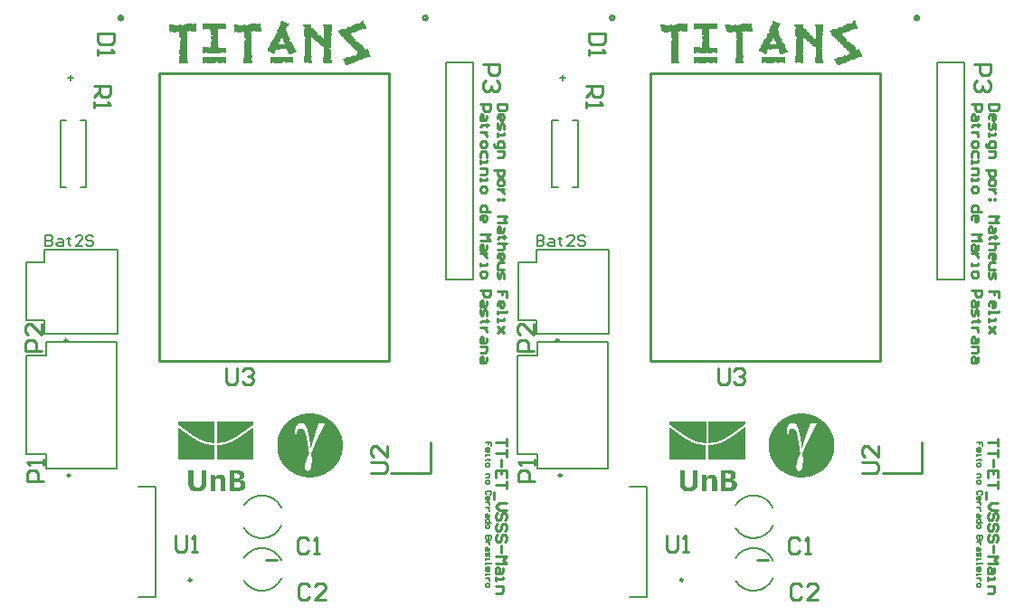
<source format=gbr>
G04*
G04 #@! TF.GenerationSoftware,Altium Limited,Altium Designer,25.4.2 (15)*
G04*
G04 Layer_Color=65535*
%FSLAX44Y44*%
%MOMM*%
G71*
G04*
G04 #@! TF.SameCoordinates,D781D73C-FE54-440B-B5B4-6B714C508266*
G04*
G04*
G04 #@! TF.FilePolarity,Positive*
G04*
G01*
G75*
%ADD27C,0.2000*%
%ADD28C,0.2540*%
%ADD29C,0.2500*%
%ADD30C,0.1540*%
G36*
X2203315Y821500D02*
X2203969D01*
Y818230D01*
X2198082D01*
Y818884D01*
X2196773D01*
Y818230D01*
X2194157D01*
Y817576D01*
X2194811D01*
Y814305D01*
Y813651D01*
Y795989D01*
X2195465D01*
Y793372D01*
X2194811D01*
Y790756D01*
X2195465D01*
Y788139D01*
X2192194D01*
Y788793D01*
X2189578D01*
Y788139D01*
X2188270D01*
Y788793D01*
X2187615D01*
Y793372D01*
X2188270D01*
Y809726D01*
X2188924D01*
Y810380D01*
X2189578D01*
Y811688D01*
X2188924D01*
Y812343D01*
X2188270D01*
Y816921D01*
X2187615D01*
Y818230D01*
X2185653D01*
Y817576D01*
X2181074D01*
Y818230D01*
X2179766D01*
Y817576D01*
X2179112D01*
Y820192D01*
X2178457D01*
Y823463D01*
X2177803D01*
Y824117D01*
X2178457D01*
Y824771D01*
X2182382D01*
Y824117D01*
X2186961D01*
Y824771D01*
X2188924D01*
Y824117D01*
X2191540D01*
Y824771D01*
X2194157D01*
Y825425D01*
X2200044D01*
Y824771D01*
X2200698D01*
Y825425D01*
X2201352D01*
Y826079D01*
X2203315D01*
Y821500D01*
D02*
G37*
G36*
X2143134Y818230D02*
X2137901D01*
Y818884D01*
X2136592D01*
Y818230D01*
X2133976D01*
Y817576D01*
X2134630D01*
Y797297D01*
X2133976D01*
Y796643D01*
X2134630D01*
Y790102D01*
X2135284D01*
Y788139D01*
X2132013D01*
Y788793D01*
X2129397D01*
Y788139D01*
X2127434D01*
Y795335D01*
X2128089D01*
Y797297D01*
X2127434D01*
Y801222D01*
X2128089D01*
Y809726D01*
X2128743D01*
Y812343D01*
X2128089D01*
Y812997D01*
X2127434D01*
Y818230D01*
X2124818D01*
Y817576D01*
X2120893D01*
Y818230D01*
X2119585D01*
Y817576D01*
X2118931D01*
Y818884D01*
X2118277D01*
Y822155D01*
X2117622D01*
Y824771D01*
X2122201D01*
Y824117D01*
X2126780D01*
Y824771D01*
X2128743D01*
Y824117D01*
X2131359D01*
Y824771D01*
X2133976D01*
Y825425D01*
X2139863D01*
Y824771D01*
X2140517D01*
Y825425D01*
X2141171D01*
Y826079D01*
X2143134D01*
Y818230D01*
D02*
G37*
G36*
X1743255Y821500D02*
X1743909D01*
Y818230D01*
X1738022D01*
Y818884D01*
X1736713D01*
Y818230D01*
X1734097D01*
Y817576D01*
X1734751D01*
Y814305D01*
Y813651D01*
Y795989D01*
X1735405D01*
Y793372D01*
X1734751D01*
Y790756D01*
X1735405D01*
Y788139D01*
X1732134D01*
Y788793D01*
X1729518D01*
Y788139D01*
X1728210D01*
Y788793D01*
X1727555D01*
Y793372D01*
X1728210D01*
Y809726D01*
X1728864D01*
Y810380D01*
X1729518D01*
Y811688D01*
X1728864D01*
Y812343D01*
X1728210D01*
Y816921D01*
X1727555D01*
Y818230D01*
X1725593D01*
Y817576D01*
X1721014D01*
Y818230D01*
X1719706D01*
Y817576D01*
X1719052D01*
Y820192D01*
X1718398D01*
Y823463D01*
X1717743D01*
Y824117D01*
X1718398D01*
Y824771D01*
X1722322D01*
Y824117D01*
X1726901D01*
Y824771D01*
X1728864D01*
Y824117D01*
X1731480D01*
Y824771D01*
X1734097D01*
Y825425D01*
X1739984D01*
Y824771D01*
X1740638D01*
Y825425D01*
X1741292D01*
Y826079D01*
X1743255D01*
Y821500D01*
D02*
G37*
G36*
X1683074Y818230D02*
X1677841D01*
Y818884D01*
X1676532D01*
Y818230D01*
X1673916D01*
Y817576D01*
X1674570D01*
Y797297D01*
X1673916D01*
Y796643D01*
X1674570D01*
Y790102D01*
X1675224D01*
Y788139D01*
X1671953D01*
Y788793D01*
X1669337D01*
Y788139D01*
X1667374D01*
Y795335D01*
X1668029D01*
Y797297D01*
X1667374D01*
Y801222D01*
X1668029D01*
Y809726D01*
X1668683D01*
Y812343D01*
X1668029D01*
Y812997D01*
X1667374D01*
Y818230D01*
X1664758D01*
Y817576D01*
X1660833D01*
Y818230D01*
X1659525D01*
Y817576D01*
X1658871D01*
Y818884D01*
X1658217D01*
Y822155D01*
X1657562D01*
Y824771D01*
X1662141D01*
Y824117D01*
X1666720D01*
Y824771D01*
X1668683D01*
Y824117D01*
X1671299D01*
Y824771D01*
X1673916D01*
Y825425D01*
X1679803D01*
Y824771D01*
X1680457D01*
Y825425D01*
X1681111D01*
Y826079D01*
X1683074D01*
Y818230D01*
D02*
G37*
G36*
X2299474Y828042D02*
X2300128D01*
Y826079D01*
X2300782D01*
Y824771D01*
X2301436D01*
Y822809D01*
X2302090D01*
Y820846D01*
X2300128D01*
Y820192D01*
X2298165D01*
Y819538D01*
X2295549D01*
Y818884D01*
X2294240D01*
Y818230D01*
X2292278D01*
Y817576D01*
X2290316D01*
Y816921D01*
X2289007D01*
Y816267D01*
X2287699D01*
Y814959D01*
X2288353D01*
Y814305D01*
X2289007D01*
Y813651D01*
X2289661D01*
Y812997D01*
X2290316D01*
Y812343D01*
X2290970D01*
Y811688D01*
X2291624D01*
Y811034D01*
X2292278D01*
Y808418D01*
X2294895D01*
Y807764D01*
X2295549D01*
Y807109D01*
X2296203D01*
Y806455D01*
X2296857D01*
Y805801D01*
X2298165D01*
Y805147D01*
X2298819D01*
Y804493D01*
X2299474D01*
Y803839D01*
X2300128D01*
Y802530D01*
X2300782D01*
Y801222D01*
X2302744D01*
Y801876D01*
X2304052D01*
Y800568D01*
X2304707D01*
Y798606D01*
X2305361D01*
Y797297D01*
X2306015D01*
Y795335D01*
X2306669D01*
Y794681D01*
X2305361D01*
Y794027D01*
X2303398D01*
Y793372D01*
X2300128D01*
Y792718D01*
X2299474D01*
Y792064D01*
X2298165D01*
Y791410D01*
X2295549D01*
Y790756D01*
X2294240D01*
Y790102D01*
X2292278D01*
Y789448D01*
X2290970D01*
Y788793D01*
X2289007D01*
Y788139D01*
X2287699D01*
Y787485D01*
X2285737D01*
Y786831D01*
X2283120D01*
Y787485D01*
X2282466D01*
Y788793D01*
X2281812D01*
Y790102D01*
X2281158D01*
Y791410D01*
X2280503D01*
Y792718D01*
X2282466D01*
Y793372D01*
X2283774D01*
Y794027D01*
X2287045D01*
Y794681D01*
X2288353D01*
Y795335D01*
X2289661D01*
Y795989D01*
X2290970D01*
Y795335D01*
X2292278D01*
Y795989D01*
X2292932D01*
Y797297D01*
X2294240D01*
Y799260D01*
X2293586D01*
Y799914D01*
X2292932D01*
Y800568D01*
X2292278D01*
Y801222D01*
X2291624D01*
Y801876D01*
X2290970D01*
Y802530D01*
X2290316D01*
Y803185D01*
X2289661D01*
Y803839D01*
X2289007D01*
Y804493D01*
X2288353D01*
Y805147D01*
X2287699D01*
Y805801D01*
X2287045D01*
Y806455D01*
X2286391D01*
Y807109D01*
X2285737D01*
Y807764D01*
X2285082D01*
Y808418D01*
X2284428D01*
Y809072D01*
X2283774D01*
Y809726D01*
X2283120D01*
Y810380D01*
X2282466D01*
Y811034D01*
X2281812D01*
Y811688D01*
X2281158D01*
Y812997D01*
X2279195D01*
Y813651D01*
X2278541D01*
Y814959D01*
X2277887D01*
Y816267D01*
X2277233D01*
Y816921D01*
X2276579D01*
Y818230D01*
X2275925D01*
Y818884D01*
X2277233D01*
Y819538D01*
X2278541D01*
Y820192D01*
X2281812D01*
Y820846D01*
X2283774D01*
Y821500D01*
X2284428D01*
Y822155D01*
X2285737D01*
Y822809D01*
X2286391D01*
Y822155D01*
X2288353D01*
Y822809D01*
X2289007D01*
Y824117D01*
X2290970D01*
Y824771D01*
X2292278D01*
Y825425D01*
X2293586D01*
Y826079D01*
X2296857D01*
Y826734D01*
X2297511D01*
Y827388D01*
X2298165D01*
Y828042D01*
X2298819D01*
Y828696D01*
X2299474D01*
Y828042D01*
D02*
G37*
G36*
X1839413D02*
X1840068D01*
Y826079D01*
X1840722D01*
Y824771D01*
X1841376D01*
Y822809D01*
X1842030D01*
Y820846D01*
X1840068D01*
Y820192D01*
X1838105D01*
Y819538D01*
X1835489D01*
Y818884D01*
X1834180D01*
Y818230D01*
X1832218D01*
Y817576D01*
X1830256D01*
Y816921D01*
X1828947D01*
Y816267D01*
X1827639D01*
Y814959D01*
X1828293D01*
Y814305D01*
X1828947D01*
Y813651D01*
X1829601D01*
Y812997D01*
X1830256D01*
Y812343D01*
X1830910D01*
Y811688D01*
X1831564D01*
Y811034D01*
X1832218D01*
Y808418D01*
X1834835D01*
Y807764D01*
X1835489D01*
Y807109D01*
X1836143D01*
Y806455D01*
X1836797D01*
Y805801D01*
X1838105D01*
Y805147D01*
X1838759D01*
Y804493D01*
X1839413D01*
Y803839D01*
X1840068D01*
Y802530D01*
X1840722D01*
Y801222D01*
X1842684D01*
Y801876D01*
X1843992D01*
Y800568D01*
X1844647D01*
Y798606D01*
X1845301D01*
Y797297D01*
X1845955D01*
Y795335D01*
X1846609D01*
Y794681D01*
X1845301D01*
Y794027D01*
X1843338D01*
Y793372D01*
X1840068D01*
Y792718D01*
X1839413D01*
Y792064D01*
X1838105D01*
Y791410D01*
X1835489D01*
Y790756D01*
X1834180D01*
Y790102D01*
X1832218D01*
Y789448D01*
X1830910D01*
Y788793D01*
X1828947D01*
Y788139D01*
X1827639D01*
Y787485D01*
X1825677D01*
Y786831D01*
X1823060D01*
Y787485D01*
X1822406D01*
Y788793D01*
X1821752D01*
Y790102D01*
X1821098D01*
Y791410D01*
X1820444D01*
Y792718D01*
X1822406D01*
Y793372D01*
X1823714D01*
Y794027D01*
X1826985D01*
Y794681D01*
X1828293D01*
Y795335D01*
X1829601D01*
Y795989D01*
X1830910D01*
Y795335D01*
X1832218D01*
Y795989D01*
X1832872D01*
Y797297D01*
X1834180D01*
Y799260D01*
X1833526D01*
Y799914D01*
X1832872D01*
Y800568D01*
X1832218D01*
Y801222D01*
X1831564D01*
Y801876D01*
X1830910D01*
Y802530D01*
X1830256D01*
Y803185D01*
X1829601D01*
Y803839D01*
X1828947D01*
Y804493D01*
X1828293D01*
Y805147D01*
X1827639D01*
Y805801D01*
X1826985D01*
Y806455D01*
X1826331D01*
Y807109D01*
X1825677D01*
Y807764D01*
X1825022D01*
Y808418D01*
X1824368D01*
Y809072D01*
X1823714D01*
Y809726D01*
X1823060D01*
Y810380D01*
X1822406D01*
Y811034D01*
X1821752D01*
Y811688D01*
X1821098D01*
Y812997D01*
X1819135D01*
Y813651D01*
X1818481D01*
Y814959D01*
X1817827D01*
Y816267D01*
X1817173D01*
Y816921D01*
X1816519D01*
Y818230D01*
X1815865D01*
Y818884D01*
X1817173D01*
Y819538D01*
X1818481D01*
Y820192D01*
X1821752D01*
Y820846D01*
X1823714D01*
Y821500D01*
X1824368D01*
Y822155D01*
X1825677D01*
Y822809D01*
X1826331D01*
Y822155D01*
X1828293D01*
Y822809D01*
X1828947D01*
Y824117D01*
X1830910D01*
Y824771D01*
X1832218D01*
Y825425D01*
X1833526D01*
Y826079D01*
X1836797D01*
Y826734D01*
X1837451D01*
Y827388D01*
X1838105D01*
Y828042D01*
X1838759D01*
Y828696D01*
X1839413D01*
Y828042D01*
D02*
G37*
G36*
X2270037Y818230D02*
X2269383D01*
Y816267D01*
X2270037D01*
Y814305D01*
X2269383D01*
Y803185D01*
X2268075D01*
Y801876D01*
X2268729D01*
Y801222D01*
X2269383D01*
Y792718D01*
X2268729D01*
Y792064D01*
X2269383D01*
Y791410D01*
X2270037D01*
Y788793D01*
X2262842D01*
Y789448D01*
X2262188D01*
Y794027D01*
X2262842D01*
Y803839D01*
X2261533D01*
Y804493D01*
X2260225D01*
Y805147D01*
X2259571D01*
Y805801D01*
X2258917D01*
Y806455D01*
X2258263D01*
Y807109D01*
X2257608D01*
Y807764D01*
X2256954D01*
Y808418D01*
X2255646D01*
Y809072D01*
X2254992D01*
Y809726D01*
X2254338D01*
Y810380D01*
X2253684D01*
Y811034D01*
X2253029D01*
Y811688D01*
X2252375D01*
Y812343D01*
X2251721D01*
Y812997D01*
X2251067D01*
Y797951D01*
X2250413D01*
Y797297D01*
X2251067D01*
Y795335D01*
X2251721D01*
Y794681D01*
X2251067D01*
Y790756D01*
X2251721D01*
Y788793D01*
X2248450D01*
Y789448D01*
X2245834D01*
Y788793D01*
X2244526D01*
Y789448D01*
X2243871D01*
Y795335D01*
X2244526D01*
Y811034D01*
X2245180D01*
Y811688D01*
X2245834D01*
Y812343D01*
X2245180D01*
Y812997D01*
X2244526D01*
Y813651D01*
X2243871D01*
Y820192D01*
X2244526D01*
Y822155D01*
X2243871D01*
Y823463D01*
X2243217D01*
Y824771D01*
X2251067D01*
Y821500D01*
X2252375D01*
Y820846D01*
X2253029D01*
Y820192D01*
X2253684D01*
Y819538D01*
X2254338D01*
Y818884D01*
X2254992D01*
Y818230D01*
X2255646D01*
Y817576D01*
X2256300D01*
Y816921D01*
X2256954D01*
Y814959D01*
X2257608D01*
Y814305D01*
X2258263D01*
Y814959D01*
X2259571D01*
Y814305D01*
X2260225D01*
Y812997D01*
X2260879D01*
Y812343D01*
X2261533D01*
Y811688D01*
X2262842D01*
Y823463D01*
X2262188D01*
Y824771D01*
X2270037D01*
Y818230D01*
D02*
G37*
G36*
X1809977D02*
X1809323D01*
Y816267D01*
X1809977D01*
Y814305D01*
X1809323D01*
Y803185D01*
X1808015D01*
Y801876D01*
X1808669D01*
Y801222D01*
X1809323D01*
Y792718D01*
X1808669D01*
Y792064D01*
X1809323D01*
Y791410D01*
X1809977D01*
Y788793D01*
X1802782D01*
Y789448D01*
X1802128D01*
Y794027D01*
X1802782D01*
Y803839D01*
X1801473D01*
Y804493D01*
X1800165D01*
Y805147D01*
X1799511D01*
Y805801D01*
X1798857D01*
Y806455D01*
X1798203D01*
Y807109D01*
X1797549D01*
Y807764D01*
X1796894D01*
Y808418D01*
X1795586D01*
Y809072D01*
X1794932D01*
Y809726D01*
X1794278D01*
Y810380D01*
X1793624D01*
Y811034D01*
X1792970D01*
Y811688D01*
X1792315D01*
Y812343D01*
X1791661D01*
Y812997D01*
X1791007D01*
Y797951D01*
X1790353D01*
Y797297D01*
X1791007D01*
Y795335D01*
X1791661D01*
Y794681D01*
X1791007D01*
Y790756D01*
X1791661D01*
Y788793D01*
X1788391D01*
Y789448D01*
X1785774D01*
Y788793D01*
X1784466D01*
Y789448D01*
X1783811D01*
Y795335D01*
X1784466D01*
Y811034D01*
X1785120D01*
Y811688D01*
X1785774D01*
Y812343D01*
X1785120D01*
Y812997D01*
X1784466D01*
Y813651D01*
X1783811D01*
Y820192D01*
X1784466D01*
Y822155D01*
X1783811D01*
Y823463D01*
X1783157D01*
Y824771D01*
X1791007D01*
Y821500D01*
X1792315D01*
Y820846D01*
X1792970D01*
Y820192D01*
X1793624D01*
Y819538D01*
X1794278D01*
Y818884D01*
X1794932D01*
Y818230D01*
X1795586D01*
Y817576D01*
X1796240D01*
Y816921D01*
X1796894D01*
Y814959D01*
X1797549D01*
Y814305D01*
X1798203D01*
Y814959D01*
X1799511D01*
Y814305D01*
X1800165D01*
Y812997D01*
X1800819D01*
Y812343D01*
X1801473D01*
Y811688D01*
X1802782D01*
Y823463D01*
X1802128D01*
Y824771D01*
X1809977D01*
Y818230D01*
D02*
G37*
G36*
X2152946Y825425D02*
X2170608D01*
Y824771D01*
X2171262D01*
Y820192D01*
X2163412D01*
Y803839D01*
X2164066D01*
Y803185D01*
X2171262D01*
Y798606D01*
X2170608D01*
Y797951D01*
X2169299D01*
Y798606D01*
X2166029D01*
Y797951D01*
X2161450D01*
Y798606D01*
X2160796D01*
Y797951D01*
X2153600D01*
Y798606D01*
X2151638D01*
Y797951D01*
X2149021D01*
Y803839D01*
X2154908D01*
Y803185D01*
X2156217D01*
Y803839D01*
X2156871D01*
Y809072D01*
X2157525D01*
Y811034D01*
X2156871D01*
Y813651D01*
X2158179D01*
Y814959D01*
X2156871D01*
Y818884D01*
X2156217D01*
Y820192D01*
X2150983D01*
Y819538D01*
X2149675D01*
Y820192D01*
X2149021D01*
Y820846D01*
Y825425D01*
X2149675D01*
Y826079D01*
X2152946D01*
Y825425D01*
D02*
G37*
G36*
X1692886D02*
X1710548D01*
Y824771D01*
X1711202D01*
Y820192D01*
X1703352D01*
Y803839D01*
X1704006D01*
Y803185D01*
X1711202D01*
Y798606D01*
X1710548D01*
Y797951D01*
X1709240D01*
Y798606D01*
X1705969D01*
Y797951D01*
X1701390D01*
Y798606D01*
X1700736D01*
Y797951D01*
X1693540D01*
Y798606D01*
X1691578D01*
Y797951D01*
X1688961D01*
Y803839D01*
X1694848D01*
Y803185D01*
X1696157D01*
Y803839D01*
X1696811D01*
Y809072D01*
X1697465D01*
Y811034D01*
X1696811D01*
Y813651D01*
X1698119D01*
Y814959D01*
X1696811D01*
Y818884D01*
X1696157D01*
Y820192D01*
X1690923D01*
Y819538D01*
X1689615D01*
Y820192D01*
X1688961D01*
Y820846D01*
Y825425D01*
X1689615D01*
Y826079D01*
X1692886D01*
Y825425D01*
D02*
G37*
G36*
X2224247Y827388D02*
X2226210D01*
Y826734D01*
X2228172D01*
Y826079D01*
X2229480D01*
Y825425D01*
X2230135D01*
Y824771D01*
X2229480D01*
Y823463D01*
X2228826D01*
Y822809D01*
X2228172D01*
Y821500D01*
X2227518D01*
Y820846D01*
X2226864D01*
Y820192D01*
X2227518D01*
Y818884D01*
X2228172D01*
Y816921D01*
X2228826D01*
Y814305D01*
X2229480D01*
Y812997D01*
X2230135D01*
Y811688D01*
X2230789D01*
Y811034D01*
X2231443D01*
Y810380D01*
X2230789D01*
Y808418D01*
X2232097D01*
Y807764D01*
X2232751D01*
Y807109D01*
X2233405D01*
Y805801D01*
X2234059D01*
Y804493D01*
X2234714D01*
Y803185D01*
X2235368D01*
Y801222D01*
X2236022D01*
Y800568D01*
X2236676D01*
Y799914D01*
X2237330D01*
Y799260D01*
X2236676D01*
Y798606D01*
X2234714D01*
Y797951D01*
X2232751D01*
Y797297D01*
X2230789D01*
Y796643D01*
X2230135D01*
Y797297D01*
X2229480D01*
Y798606D01*
X2228826D01*
Y800568D01*
X2228172D01*
Y801876D01*
X2221631D01*
Y801222D01*
X2219014D01*
Y801876D01*
X2218360D01*
Y801222D01*
X2217706D01*
Y800568D01*
X2217052D01*
Y797951D01*
X2216398D01*
Y797297D01*
X2215089D01*
Y797951D01*
X2213781D01*
Y798606D01*
X2212473D01*
Y799260D01*
X2209856D01*
Y799914D01*
X2209202D01*
Y800568D01*
X2209856D01*
Y801876D01*
X2210510D01*
Y803185D01*
X2211165D01*
Y803839D01*
X2211819D01*
Y805147D01*
X2212473D01*
Y805801D01*
X2213127D01*
Y807764D01*
X2213781D01*
Y809072D01*
X2214435D01*
Y810380D01*
X2215089D01*
Y811034D01*
X2215744D01*
Y811688D01*
X2216398D01*
Y812997D01*
X2217052D01*
Y814305D01*
X2217706D01*
Y816267D01*
X2219014D01*
Y816921D01*
X2219668D01*
Y818230D01*
X2219014D01*
Y819538D01*
X2219668D01*
Y820846D01*
X2220323D01*
Y822155D01*
X2220977D01*
Y824117D01*
X2221631D01*
Y824771D01*
X2222285D01*
Y825425D01*
X2222939D01*
Y826079D01*
X2222285D01*
Y827388D01*
X2222939D01*
Y828042D01*
X2224247D01*
Y827388D01*
D02*
G37*
G36*
X1764187D02*
X1766150D01*
Y826734D01*
X1768112D01*
Y826079D01*
X1769420D01*
Y825425D01*
X1770075D01*
Y824771D01*
X1769420D01*
Y823463D01*
X1768766D01*
Y822809D01*
X1768112D01*
Y821500D01*
X1767458D01*
Y820846D01*
X1766804D01*
Y820192D01*
X1767458D01*
Y818884D01*
X1768112D01*
Y816921D01*
X1768766D01*
Y814305D01*
X1769420D01*
Y812997D01*
X1770075D01*
Y811688D01*
X1770729D01*
Y811034D01*
X1771383D01*
Y810380D01*
X1770729D01*
Y808418D01*
X1772037D01*
Y807764D01*
X1772691D01*
Y807109D01*
X1773345D01*
Y805801D01*
X1773999D01*
Y804493D01*
X1774654D01*
Y803185D01*
X1775308D01*
Y801222D01*
X1775962D01*
Y800568D01*
X1776616D01*
Y799914D01*
X1777270D01*
Y799260D01*
X1776616D01*
Y798606D01*
X1774654D01*
Y797951D01*
X1772691D01*
Y797297D01*
X1770729D01*
Y796643D01*
X1770075D01*
Y797297D01*
X1769420D01*
Y798606D01*
X1768766D01*
Y800568D01*
X1768112D01*
Y801876D01*
X1761571D01*
Y801222D01*
X1758954D01*
Y801876D01*
X1758300D01*
Y801222D01*
X1757646D01*
Y800568D01*
X1756992D01*
Y797951D01*
X1756338D01*
Y797297D01*
X1755029D01*
Y797951D01*
X1753721D01*
Y798606D01*
X1752413D01*
Y799260D01*
X1749796D01*
Y799914D01*
X1749142D01*
Y800568D01*
X1749796D01*
Y801876D01*
X1750450D01*
Y803185D01*
X1751104D01*
Y803839D01*
X1751759D01*
Y805147D01*
X1752413D01*
Y805801D01*
X1753067D01*
Y807764D01*
X1753721D01*
Y809072D01*
X1754375D01*
Y810380D01*
X1755029D01*
Y811034D01*
X1755683D01*
Y811688D01*
X1756338D01*
Y812997D01*
X1756992D01*
Y814305D01*
X1757646D01*
Y816267D01*
X1758954D01*
Y816921D01*
X1759608D01*
Y818230D01*
X1758954D01*
Y819538D01*
X1759608D01*
Y820846D01*
X1760262D01*
Y822155D01*
X1760917D01*
Y824117D01*
X1761571D01*
Y824771D01*
X1762225D01*
Y825425D01*
X1762879D01*
Y826079D01*
X1762225D01*
Y827388D01*
X1762879D01*
Y828042D01*
X1764187D01*
Y827388D01*
D02*
G37*
G36*
X2222285Y794027D02*
X2234059D01*
Y788793D01*
X2232751D01*
Y789448D01*
X2228172D01*
Y788793D01*
X2226864D01*
Y789448D01*
X2226210D01*
Y790102D01*
X2224901D01*
Y789448D01*
X2223593D01*
Y788793D01*
X2216398D01*
Y789448D01*
X2214435D01*
Y788793D01*
X2212473D01*
Y790102D01*
Y790756D01*
Y794681D01*
X2217706D01*
Y794027D01*
X2219014D01*
Y794681D01*
X2222285D01*
Y794027D01*
D02*
G37*
G36*
X2158179D02*
X2171262D01*
Y788793D01*
X2168645D01*
Y789448D01*
X2166683D01*
Y788793D01*
X2163412D01*
Y789448D01*
X2162758D01*
Y790102D01*
X2162104D01*
Y789448D01*
X2160796D01*
Y788793D01*
X2152946D01*
Y789448D01*
X2151638D01*
Y788793D01*
X2149021D01*
Y790756D01*
Y791410D01*
Y794027D01*
X2149675D01*
Y794681D01*
X2154254D01*
Y794027D01*
X2156871D01*
Y794681D01*
X2158179D01*
Y794027D01*
D02*
G37*
G36*
X1762225D02*
X1773999D01*
Y788793D01*
X1772691D01*
Y789448D01*
X1768112D01*
Y788793D01*
X1766804D01*
Y789448D01*
X1766150D01*
Y790102D01*
X1764841D01*
Y789448D01*
X1763533D01*
Y788793D01*
X1756338D01*
Y789448D01*
X1754375D01*
Y788793D01*
X1752413D01*
Y790102D01*
Y790756D01*
Y794681D01*
X1757646D01*
Y794027D01*
X1758954D01*
Y794681D01*
X1762225D01*
Y794027D01*
D02*
G37*
G36*
X1698119D02*
X1711202D01*
Y788793D01*
X1708585D01*
Y789448D01*
X1706623D01*
Y788793D01*
X1703352D01*
Y789448D01*
X1702698D01*
Y790102D01*
X1702044D01*
Y789448D01*
X1700736D01*
Y788793D01*
X1692886D01*
Y789448D01*
X1691578D01*
Y788793D01*
X1688961D01*
Y790756D01*
Y791410D01*
Y794027D01*
X1689615D01*
Y794681D01*
X1694194D01*
Y794027D01*
X1696811D01*
Y794681D01*
X1698119D01*
Y794027D01*
D02*
G37*
G36*
X2196774Y450225D02*
X2196497D01*
Y450087D01*
X2196359D01*
Y449949D01*
X2196221D01*
Y449811D01*
X2195945D01*
Y449673D01*
X2195806D01*
Y449535D01*
X2195530D01*
Y449396D01*
X2195392D01*
Y449258D01*
X2195254D01*
Y449120D01*
X2194977D01*
Y448982D01*
X2194839D01*
Y448844D01*
X2194701D01*
Y448705D01*
X2194424D01*
Y448567D01*
X2194286D01*
Y448429D01*
X2194010D01*
Y448291D01*
X2193872D01*
Y448153D01*
X2193734D01*
Y448015D01*
X2193457D01*
Y447876D01*
X2193319D01*
Y447738D01*
X2193043D01*
Y447600D01*
X2192905D01*
Y447462D01*
X2192766D01*
Y447324D01*
X2192490D01*
Y447186D01*
X2192352D01*
Y447047D01*
X2192213D01*
Y446909D01*
X2191937D01*
Y446771D01*
X2191799D01*
Y446633D01*
X2191523D01*
Y446494D01*
X2191384D01*
Y446356D01*
X2191246D01*
Y446218D01*
X2190970D01*
Y446080D01*
X2190832D01*
Y445942D01*
X2190694D01*
Y445804D01*
X2190417D01*
Y445666D01*
X2190279D01*
Y445527D01*
X2190003D01*
Y445389D01*
X2189864D01*
Y445251D01*
X2189726D01*
Y445113D01*
X2189450D01*
Y444975D01*
X2189312D01*
Y444836D01*
X2189173D01*
Y444698D01*
X2188897D01*
Y444560D01*
X2188759D01*
Y444422D01*
X2188621D01*
Y444284D01*
X2188344D01*
Y444145D01*
X2188206D01*
Y444007D01*
X2187930D01*
Y443869D01*
X2187792D01*
Y443731D01*
X2187654D01*
Y443593D01*
X2187377D01*
Y443455D01*
X2187239D01*
Y443316D01*
X2186963D01*
Y443178D01*
X2186824D01*
Y443040D01*
X2186686D01*
Y442902D01*
X2186410D01*
Y442764D01*
X2186272D01*
Y442625D01*
X2185995D01*
Y442487D01*
X2185857D01*
Y442349D01*
X2185719D01*
Y442211D01*
X2185443D01*
Y442073D01*
X2185304D01*
Y441935D01*
X2185028D01*
Y441796D01*
X2184890D01*
Y441658D01*
X2184752D01*
Y441520D01*
X2184475D01*
Y441382D01*
X2184337D01*
Y441244D01*
X2184061D01*
Y441105D01*
X2183922D01*
Y440967D01*
X2183784D01*
Y440829D01*
X2183508D01*
Y440691D01*
X2183370D01*
Y440553D01*
X2183093D01*
Y440415D01*
X2182955D01*
Y440276D01*
X2182679D01*
Y440138D01*
X2182541D01*
Y440000D01*
X2182264D01*
Y439862D01*
X2182126D01*
Y439724D01*
X2181850D01*
Y439585D01*
X2181573D01*
Y439447D01*
X2181435D01*
Y439309D01*
X2181159D01*
Y439171D01*
X2181021D01*
Y439033D01*
X2180744D01*
Y438894D01*
X2180468D01*
Y438756D01*
X2180330D01*
Y438618D01*
X2180053D01*
Y438480D01*
X2179777D01*
Y438342D01*
X2179639D01*
Y438204D01*
X2179362D01*
Y438065D01*
X2179086D01*
Y437927D01*
X2178810D01*
Y437789D01*
X2178672D01*
Y437651D01*
X2178395D01*
Y437513D01*
X2178119D01*
Y437374D01*
X2177842D01*
Y437236D01*
X2177566D01*
Y437098D01*
X2177290D01*
Y436960D01*
X2177013D01*
Y436822D01*
X2176737D01*
Y436684D01*
X2176461D01*
Y436545D01*
X2176184D01*
Y436407D01*
X2175908D01*
Y436269D01*
X2175632D01*
Y436131D01*
X2175355D01*
Y435993D01*
X2175079D01*
Y435854D01*
X2174802D01*
Y435716D01*
X2174526D01*
Y435578D01*
X2174250D01*
Y435440D01*
X2173835D01*
Y435302D01*
X2173559D01*
Y435163D01*
X2173282D01*
Y435025D01*
X2172868D01*
Y434887D01*
X2172592D01*
Y434749D01*
X2172177D01*
Y434611D01*
X2171762D01*
Y434473D01*
X2171348D01*
Y434334D01*
X2170933D01*
Y434196D01*
X2170519D01*
Y434058D01*
X2169966D01*
Y433920D01*
X2169413D01*
Y433782D01*
X2168722D01*
Y433643D01*
X2167755D01*
Y433505D01*
X2166788D01*
Y433367D01*
X2164991D01*
Y433229D01*
X2162366D01*
Y452851D01*
X2196774D01*
Y450225D01*
D02*
G37*
G36*
X2160431Y433229D02*
X2157668D01*
Y433367D01*
X2156009D01*
Y433505D01*
X2154904D01*
Y433643D01*
X2154075D01*
Y433782D01*
X2153384D01*
Y433920D01*
X2152831D01*
Y434058D01*
X2152278D01*
Y434196D01*
X2151864D01*
Y434334D01*
X2151311D01*
Y434473D01*
X2150897D01*
Y434611D01*
X2150482D01*
Y434749D01*
X2150206D01*
Y434887D01*
X2149791D01*
Y435025D01*
X2149515D01*
Y435163D01*
X2149238D01*
Y435302D01*
X2148824D01*
Y435440D01*
X2148548D01*
Y435578D01*
X2148271D01*
Y435716D01*
X2147995D01*
Y435854D01*
X2147718D01*
Y435993D01*
X2147304D01*
Y436131D01*
X2147027D01*
Y436269D01*
X2146751D01*
Y436407D01*
X2146475D01*
Y436545D01*
X2146198D01*
Y436684D01*
X2145922D01*
Y436822D01*
X2145646D01*
Y436960D01*
X2145369D01*
Y437098D01*
X2145231D01*
Y437236D01*
X2144955D01*
Y437374D01*
X2144678D01*
Y437513D01*
X2144402D01*
Y437651D01*
X2144126D01*
Y437789D01*
X2143987D01*
Y437927D01*
X2143711D01*
Y438065D01*
X2143435D01*
Y438204D01*
X2143158D01*
Y438342D01*
X2142882D01*
Y438480D01*
X2142744D01*
Y438618D01*
X2142467D01*
Y438756D01*
X2142191D01*
Y438894D01*
X2142053D01*
Y439033D01*
X2141776D01*
Y439171D01*
X2141500D01*
Y439309D01*
X2141362D01*
Y439447D01*
X2141086D01*
Y439585D01*
X2140947D01*
Y439724D01*
X2140671D01*
Y439862D01*
X2140533D01*
Y440000D01*
X2140257D01*
Y440138D01*
X2140118D01*
Y440276D01*
X2139842D01*
Y440415D01*
X2139704D01*
Y440553D01*
X2139427D01*
Y440691D01*
X2139289D01*
Y440829D01*
X2139013D01*
Y440967D01*
X2138875D01*
Y441105D01*
X2138598D01*
Y441244D01*
X2138460D01*
Y441382D01*
X2138184D01*
Y441520D01*
X2138046D01*
Y441658D01*
X2137907D01*
Y441796D01*
X2137631D01*
Y441935D01*
X2137493D01*
Y442073D01*
X2137216D01*
Y442211D01*
X2137078D01*
Y442349D01*
X2136940D01*
Y442487D01*
X2136664D01*
Y442625D01*
X2136526D01*
Y442764D01*
X2136387D01*
Y442902D01*
X2136111D01*
Y443040D01*
X2135973D01*
Y443178D01*
X2135696D01*
Y443316D01*
X2135558D01*
Y443455D01*
X2135420D01*
Y443593D01*
X2135144D01*
Y443731D01*
X2135005D01*
Y443869D01*
X2134867D01*
Y444007D01*
X2134591D01*
Y444145D01*
X2134453D01*
Y444284D01*
X2134176D01*
Y444422D01*
X2134038D01*
Y444560D01*
X2133762D01*
Y444698D01*
X2133624D01*
Y444836D01*
X2133486D01*
Y444975D01*
X2133209D01*
Y445113D01*
X2133071D01*
Y445251D01*
X2132933D01*
Y445389D01*
X2132656D01*
Y445527D01*
X2132518D01*
Y445666D01*
X2132380D01*
Y445804D01*
X2132104D01*
Y445942D01*
X2131965D01*
Y446080D01*
X2131689D01*
Y446218D01*
X2131551D01*
Y446356D01*
X2131413D01*
Y446494D01*
X2131136D01*
Y446633D01*
X2130998D01*
Y446771D01*
X2130722D01*
Y446909D01*
X2130584D01*
Y447047D01*
X2130446D01*
Y447186D01*
X2130169D01*
Y447324D01*
X2130031D01*
Y447462D01*
X2129893D01*
Y447600D01*
X2129616D01*
Y447738D01*
X2129478D01*
Y447876D01*
X2129340D01*
Y448015D01*
X2129064D01*
Y448153D01*
X2128925D01*
Y448291D01*
X2128649D01*
Y448429D01*
X2128511D01*
Y448567D01*
X2128373D01*
Y448705D01*
X2128096D01*
Y448844D01*
X2127958D01*
Y448982D01*
X2127820D01*
Y449120D01*
X2127544D01*
Y449258D01*
X2127405D01*
Y449396D01*
X2127129D01*
Y449535D01*
X2126991D01*
Y449673D01*
X2126714D01*
Y449811D01*
X2126576D01*
Y449949D01*
X2126438D01*
Y450087D01*
X2126162D01*
Y450225D01*
X2126024D01*
Y452851D01*
X2160431D01*
Y433229D01*
D02*
G37*
G36*
X1736714Y450225D02*
X1736437D01*
Y450087D01*
X1736299D01*
Y449949D01*
X1736161D01*
Y449811D01*
X1735885D01*
Y449673D01*
X1735746D01*
Y449535D01*
X1735470D01*
Y449396D01*
X1735332D01*
Y449258D01*
X1735194D01*
Y449120D01*
X1734917D01*
Y448982D01*
X1734779D01*
Y448844D01*
X1734641D01*
Y448705D01*
X1734364D01*
Y448567D01*
X1734226D01*
Y448429D01*
X1733950D01*
Y448291D01*
X1733812D01*
Y448153D01*
X1733674D01*
Y448015D01*
X1733397D01*
Y447876D01*
X1733259D01*
Y447738D01*
X1732983D01*
Y447600D01*
X1732845D01*
Y447462D01*
X1732706D01*
Y447324D01*
X1732430D01*
Y447186D01*
X1732292D01*
Y447047D01*
X1732153D01*
Y446909D01*
X1731877D01*
Y446771D01*
X1731739D01*
Y446633D01*
X1731463D01*
Y446494D01*
X1731324D01*
Y446356D01*
X1731186D01*
Y446218D01*
X1730910D01*
Y446080D01*
X1730772D01*
Y445942D01*
X1730634D01*
Y445804D01*
X1730357D01*
Y445666D01*
X1730219D01*
Y445527D01*
X1729943D01*
Y445389D01*
X1729804D01*
Y445251D01*
X1729666D01*
Y445113D01*
X1729390D01*
Y444975D01*
X1729252D01*
Y444836D01*
X1729113D01*
Y444698D01*
X1728837D01*
Y444560D01*
X1728699D01*
Y444422D01*
X1728561D01*
Y444284D01*
X1728284D01*
Y444145D01*
X1728146D01*
Y444007D01*
X1727870D01*
Y443869D01*
X1727732D01*
Y443731D01*
X1727594D01*
Y443593D01*
X1727317D01*
Y443455D01*
X1727179D01*
Y443316D01*
X1726903D01*
Y443178D01*
X1726764D01*
Y443040D01*
X1726626D01*
Y442902D01*
X1726350D01*
Y442764D01*
X1726212D01*
Y442625D01*
X1725935D01*
Y442487D01*
X1725797D01*
Y442349D01*
X1725659D01*
Y442211D01*
X1725383D01*
Y442073D01*
X1725244D01*
Y441935D01*
X1724968D01*
Y441796D01*
X1724830D01*
Y441658D01*
X1724692D01*
Y441520D01*
X1724415D01*
Y441382D01*
X1724277D01*
Y441244D01*
X1724001D01*
Y441105D01*
X1723862D01*
Y440967D01*
X1723724D01*
Y440829D01*
X1723448D01*
Y440691D01*
X1723310D01*
Y440553D01*
X1723033D01*
Y440415D01*
X1722895D01*
Y440276D01*
X1722619D01*
Y440138D01*
X1722481D01*
Y440000D01*
X1722204D01*
Y439862D01*
X1722066D01*
Y439724D01*
X1721790D01*
Y439585D01*
X1721513D01*
Y439447D01*
X1721375D01*
Y439309D01*
X1721099D01*
Y439171D01*
X1720961D01*
Y439033D01*
X1720684D01*
Y438894D01*
X1720408D01*
Y438756D01*
X1720270D01*
Y438618D01*
X1719993D01*
Y438480D01*
X1719717D01*
Y438342D01*
X1719579D01*
Y438204D01*
X1719303D01*
Y438065D01*
X1719026D01*
Y437927D01*
X1718750D01*
Y437789D01*
X1718611D01*
Y437651D01*
X1718335D01*
Y437513D01*
X1718059D01*
Y437374D01*
X1717782D01*
Y437236D01*
X1717506D01*
Y437098D01*
X1717230D01*
Y436960D01*
X1716953D01*
Y436822D01*
X1716677D01*
Y436684D01*
X1716401D01*
Y436545D01*
X1716124D01*
Y436407D01*
X1715848D01*
Y436269D01*
X1715571D01*
Y436131D01*
X1715295D01*
Y435993D01*
X1715019D01*
Y435854D01*
X1714742D01*
Y435716D01*
X1714466D01*
Y435578D01*
X1714190D01*
Y435440D01*
X1713775D01*
Y435302D01*
X1713499D01*
Y435163D01*
X1713222D01*
Y435025D01*
X1712808D01*
Y434887D01*
X1712531D01*
Y434749D01*
X1712117D01*
Y434611D01*
X1711702D01*
Y434473D01*
X1711288D01*
Y434334D01*
X1710873D01*
Y434196D01*
X1710459D01*
Y434058D01*
X1709906D01*
Y433920D01*
X1709353D01*
Y433782D01*
X1708662D01*
Y433643D01*
X1707695D01*
Y433505D01*
X1706728D01*
Y433367D01*
X1704931D01*
Y433229D01*
X1702306D01*
Y452851D01*
X1736714D01*
Y450225D01*
D02*
G37*
G36*
X1700371Y433229D02*
X1697608D01*
Y433367D01*
X1695949D01*
Y433505D01*
X1694844D01*
Y433643D01*
X1694015D01*
Y433782D01*
X1693324D01*
Y433920D01*
X1692771D01*
Y434058D01*
X1692218D01*
Y434196D01*
X1691804D01*
Y434334D01*
X1691251D01*
Y434473D01*
X1690837D01*
Y434611D01*
X1690422D01*
Y434749D01*
X1690146D01*
Y434887D01*
X1689731D01*
Y435025D01*
X1689455D01*
Y435163D01*
X1689178D01*
Y435302D01*
X1688764D01*
Y435440D01*
X1688488D01*
Y435578D01*
X1688211D01*
Y435716D01*
X1687935D01*
Y435854D01*
X1687658D01*
Y435993D01*
X1687244D01*
Y436131D01*
X1686967D01*
Y436269D01*
X1686691D01*
Y436407D01*
X1686415D01*
Y436545D01*
X1686138D01*
Y436684D01*
X1685862D01*
Y436822D01*
X1685586D01*
Y436960D01*
X1685309D01*
Y437098D01*
X1685171D01*
Y437236D01*
X1684895D01*
Y437374D01*
X1684618D01*
Y437513D01*
X1684342D01*
Y437651D01*
X1684066D01*
Y437789D01*
X1683927D01*
Y437927D01*
X1683651D01*
Y438065D01*
X1683375D01*
Y438204D01*
X1683098D01*
Y438342D01*
X1682822D01*
Y438480D01*
X1682684D01*
Y438618D01*
X1682408D01*
Y438756D01*
X1682131D01*
Y438894D01*
X1681993D01*
Y439033D01*
X1681716D01*
Y439171D01*
X1681440D01*
Y439309D01*
X1681302D01*
Y439447D01*
X1681026D01*
Y439585D01*
X1680887D01*
Y439724D01*
X1680611D01*
Y439862D01*
X1680473D01*
Y440000D01*
X1680197D01*
Y440138D01*
X1680058D01*
Y440276D01*
X1679782D01*
Y440415D01*
X1679644D01*
Y440553D01*
X1679367D01*
Y440691D01*
X1679229D01*
Y440829D01*
X1678953D01*
Y440967D01*
X1678815D01*
Y441105D01*
X1678538D01*
Y441244D01*
X1678400D01*
Y441382D01*
X1678124D01*
Y441520D01*
X1677986D01*
Y441658D01*
X1677847D01*
Y441796D01*
X1677571D01*
Y441935D01*
X1677433D01*
Y442073D01*
X1677157D01*
Y442211D01*
X1677018D01*
Y442349D01*
X1676880D01*
Y442487D01*
X1676604D01*
Y442625D01*
X1676466D01*
Y442764D01*
X1676327D01*
Y442902D01*
X1676051D01*
Y443040D01*
X1675913D01*
Y443178D01*
X1675636D01*
Y443316D01*
X1675498D01*
Y443455D01*
X1675360D01*
Y443593D01*
X1675084D01*
Y443731D01*
X1674946D01*
Y443869D01*
X1674807D01*
Y444007D01*
X1674531D01*
Y444145D01*
X1674393D01*
Y444284D01*
X1674116D01*
Y444422D01*
X1673978D01*
Y444560D01*
X1673702D01*
Y444698D01*
X1673564D01*
Y444836D01*
X1673425D01*
Y444975D01*
X1673149D01*
Y445113D01*
X1673011D01*
Y445251D01*
X1672873D01*
Y445389D01*
X1672596D01*
Y445527D01*
X1672458D01*
Y445666D01*
X1672320D01*
Y445804D01*
X1672044D01*
Y445942D01*
X1671906D01*
Y446080D01*
X1671629D01*
Y446218D01*
X1671491D01*
Y446356D01*
X1671353D01*
Y446494D01*
X1671076D01*
Y446633D01*
X1670938D01*
Y446771D01*
X1670662D01*
Y446909D01*
X1670524D01*
Y447047D01*
X1670385D01*
Y447186D01*
X1670109D01*
Y447324D01*
X1669971D01*
Y447462D01*
X1669833D01*
Y447600D01*
X1669556D01*
Y447738D01*
X1669418D01*
Y447876D01*
X1669280D01*
Y448015D01*
X1669004D01*
Y448153D01*
X1668865D01*
Y448291D01*
X1668589D01*
Y448429D01*
X1668451D01*
Y448567D01*
X1668313D01*
Y448705D01*
X1668036D01*
Y448844D01*
X1667898D01*
Y448982D01*
X1667760D01*
Y449120D01*
X1667484D01*
Y449258D01*
X1667345D01*
Y449396D01*
X1667069D01*
Y449535D01*
X1666931D01*
Y449673D01*
X1666655D01*
Y449811D01*
X1666516D01*
Y449949D01*
X1666378D01*
Y450087D01*
X1666102D01*
Y450225D01*
X1665964D01*
Y452851D01*
X1700371D01*
Y433229D01*
D02*
G37*
G36*
X2196774Y417476D02*
X2162366D01*
Y431156D01*
X2163886D01*
Y431294D01*
X2166235D01*
Y431432D01*
X2167479D01*
Y431571D01*
X2168446D01*
Y431709D01*
X2169137D01*
Y431847D01*
X2169828D01*
Y431985D01*
X2170381D01*
Y432123D01*
X2170933D01*
Y432262D01*
X2171486D01*
Y432400D01*
X2171900D01*
Y432538D01*
X2172315D01*
Y432676D01*
X2172730D01*
Y432814D01*
X2173006D01*
Y432953D01*
X2173421D01*
Y433091D01*
X2173835D01*
Y433229D01*
X2174111D01*
Y433367D01*
X2174388D01*
Y433505D01*
X2174664D01*
Y433643D01*
X2175079D01*
Y433782D01*
X2175355D01*
Y433920D01*
X2175632D01*
Y434058D01*
X2175908D01*
Y434196D01*
X2176184D01*
Y434334D01*
X2176461D01*
Y434473D01*
X2176875D01*
Y434611D01*
X2177013D01*
Y434749D01*
X2177290D01*
Y434887D01*
X2177704D01*
Y435025D01*
X2177842D01*
Y435163D01*
X2178119D01*
Y435302D01*
X2178395D01*
Y435440D01*
X2178672D01*
Y435578D01*
X2178948D01*
Y435716D01*
X2179224D01*
Y435854D01*
X2179362D01*
Y435993D01*
X2179639D01*
Y436131D01*
X2179915D01*
Y436269D01*
X2180192D01*
Y436407D01*
X2180468D01*
Y436545D01*
X2180606D01*
Y436684D01*
X2180883D01*
Y436822D01*
X2181159D01*
Y436960D01*
X2181297D01*
Y437098D01*
X2181573D01*
Y437236D01*
X2181850D01*
Y437374D01*
X2181988D01*
Y437513D01*
X2182264D01*
Y437651D01*
X2182541D01*
Y437789D01*
X2182679D01*
Y437927D01*
X2182955D01*
Y438065D01*
X2183093D01*
Y438204D01*
X2183370D01*
Y438342D01*
X2183646D01*
Y438480D01*
X2183784D01*
Y438618D01*
X2183922D01*
Y438756D01*
X2184199D01*
Y438894D01*
X2184475D01*
Y439033D01*
X2184613D01*
Y439171D01*
X2184890D01*
Y439309D01*
X2185028D01*
Y439447D01*
X2185166D01*
Y439585D01*
X2185443D01*
Y439724D01*
X2185581D01*
Y439862D01*
X2185857D01*
Y440000D01*
X2185995D01*
Y440138D01*
X2186133D01*
Y440276D01*
X2186410D01*
Y440415D01*
X2186548D01*
Y440553D01*
X2186824D01*
Y440691D01*
X2186963D01*
Y440829D01*
X2187101D01*
Y440967D01*
X2187377D01*
Y441105D01*
X2187515D01*
Y441244D01*
X2187654D01*
Y441382D01*
X2187930D01*
Y441520D01*
X2188068D01*
Y441658D01*
X2188344D01*
Y441796D01*
X2188483D01*
Y441935D01*
X2188621D01*
Y442073D01*
X2188897D01*
Y442211D01*
X2189035D01*
Y442349D01*
X2189173D01*
Y442487D01*
X2189450D01*
Y442625D01*
X2189588D01*
Y442764D01*
X2189864D01*
Y442902D01*
X2190003D01*
Y443040D01*
X2190141D01*
Y443178D01*
X2190417D01*
Y443316D01*
X2190555D01*
Y443455D01*
X2190694D01*
Y443593D01*
X2190970D01*
Y443731D01*
X2191108D01*
Y443869D01*
X2191384D01*
Y444007D01*
X2191523D01*
Y444145D01*
X2191661D01*
Y444284D01*
X2191937D01*
Y444422D01*
X2192075D01*
Y444560D01*
X2192352D01*
Y444698D01*
X2192490D01*
Y444836D01*
X2192628D01*
Y444975D01*
X2192905D01*
Y445113D01*
X2193043D01*
Y445251D01*
X2193181D01*
Y445389D01*
X2193457D01*
Y445527D01*
X2193595D01*
Y445666D01*
X2193872D01*
Y445804D01*
X2194010D01*
Y445942D01*
X2194148D01*
Y446080D01*
X2194424D01*
Y446218D01*
X2194563D01*
Y446356D01*
X2194839D01*
Y446494D01*
X2194977D01*
Y446633D01*
X2195115D01*
Y446771D01*
X2195392D01*
Y446909D01*
X2195530D01*
Y447047D01*
X2195668D01*
Y447186D01*
X2195945D01*
Y447324D01*
X2196083D01*
Y447462D01*
X2196359D01*
Y447600D01*
X2196497D01*
Y447738D01*
X2196774D01*
Y417476D01*
D02*
G37*
G36*
X2126300Y447600D02*
X2126438D01*
Y447462D01*
X2126576D01*
Y447324D01*
X2126853D01*
Y447186D01*
X2126991D01*
Y447047D01*
X2127267D01*
Y446909D01*
X2127405D01*
Y446771D01*
X2127682D01*
Y446633D01*
X2127820D01*
Y446494D01*
X2127958D01*
Y446356D01*
X2128235D01*
Y446218D01*
X2128373D01*
Y446080D01*
X2128511D01*
Y445942D01*
X2128787D01*
Y445804D01*
X2128925D01*
Y445666D01*
X2129202D01*
Y445527D01*
X2129340D01*
Y445389D01*
X2129478D01*
Y445251D01*
X2129754D01*
Y445113D01*
X2129893D01*
Y444975D01*
X2130031D01*
Y444836D01*
X2130307D01*
Y444698D01*
X2130446D01*
Y444560D01*
X2130722D01*
Y444422D01*
X2130860D01*
Y444284D01*
X2130998D01*
Y444145D01*
X2131275D01*
Y444007D01*
X2131413D01*
Y443869D01*
X2131689D01*
Y443731D01*
X2131827D01*
Y443593D01*
X2131965D01*
Y443455D01*
X2132242D01*
Y443316D01*
X2132380D01*
Y443178D01*
X2132518D01*
Y443040D01*
X2132795D01*
Y442902D01*
X2132933D01*
Y442764D01*
X2133209D01*
Y442625D01*
X2133347D01*
Y442487D01*
X2133486D01*
Y442349D01*
X2133762D01*
Y442211D01*
X2133900D01*
Y442073D01*
X2134038D01*
Y441935D01*
X2134315D01*
Y441796D01*
X2134453D01*
Y441658D01*
X2134729D01*
Y441520D01*
X2134867D01*
Y441382D01*
X2135005D01*
Y441244D01*
X2135282D01*
Y441105D01*
X2135420D01*
Y440967D01*
X2135558D01*
Y440829D01*
X2135835D01*
Y440691D01*
X2135973D01*
Y440553D01*
X2136249D01*
Y440415D01*
X2136387D01*
Y440276D01*
X2136526D01*
Y440138D01*
X2136802D01*
Y440000D01*
X2136940D01*
Y439862D01*
X2137216D01*
Y439724D01*
X2137355D01*
Y439585D01*
X2137493D01*
Y439447D01*
X2137769D01*
Y439309D01*
X2137907D01*
Y439171D01*
X2138184D01*
Y439033D01*
X2138322D01*
Y438894D01*
X2138598D01*
Y438756D01*
X2138737D01*
Y438618D01*
X2139013D01*
Y438480D01*
X2139151D01*
Y438342D01*
X2139427D01*
Y438204D01*
X2139566D01*
Y438065D01*
X2139842D01*
Y437927D01*
X2140118D01*
Y437789D01*
X2140257D01*
Y437651D01*
X2140533D01*
Y437513D01*
X2140671D01*
Y437374D01*
X2140947D01*
Y437236D01*
X2141224D01*
Y437098D01*
X2141362D01*
Y436960D01*
X2141638D01*
Y436822D01*
X2141915D01*
Y436684D01*
X2142191D01*
Y436545D01*
X2142329D01*
Y436407D01*
X2142606D01*
Y436269D01*
X2142882D01*
Y436131D01*
X2143158D01*
Y435993D01*
X2143297D01*
Y435854D01*
X2143573D01*
Y435716D01*
X2143849D01*
Y435578D01*
X2144126D01*
Y435440D01*
X2144402D01*
Y435302D01*
X2144540D01*
Y435163D01*
X2144955D01*
Y435025D01*
X2145093D01*
Y434887D01*
X2145369D01*
Y434749D01*
X2145646D01*
Y434611D01*
X2145922D01*
Y434473D01*
X2146337D01*
Y434334D01*
X2146475D01*
Y434196D01*
X2146751D01*
Y434058D01*
X2147166D01*
Y433920D01*
X2147442D01*
Y433782D01*
X2147718D01*
Y433643D01*
X2147995D01*
Y433505D01*
X2148271D01*
Y433367D01*
X2148686D01*
Y433229D01*
X2148962D01*
Y433091D01*
X2149377D01*
Y432953D01*
X2149653D01*
Y432814D01*
X2150067D01*
Y432676D01*
X2150482D01*
Y432538D01*
X2150897D01*
Y432400D01*
X2151311D01*
Y432262D01*
X2151864D01*
Y432123D01*
X2152278D01*
Y431985D01*
X2152969D01*
Y431847D01*
X2153522D01*
Y431709D01*
X2154351D01*
Y431571D01*
X2155318D01*
Y431432D01*
X2156562D01*
Y431294D01*
X2158358D01*
Y431156D01*
X2158497D01*
Y431294D01*
X2158773D01*
Y431156D01*
X2160293D01*
Y417476D01*
X2126024D01*
Y447738D01*
X2126300D01*
Y447600D01*
D02*
G37*
G36*
X1736714Y417476D02*
X1702306D01*
Y431156D01*
X1703826D01*
Y431294D01*
X1706175D01*
Y431432D01*
X1707419D01*
Y431571D01*
X1708386D01*
Y431709D01*
X1709077D01*
Y431847D01*
X1709768D01*
Y431985D01*
X1710320D01*
Y432123D01*
X1710873D01*
Y432262D01*
X1711426D01*
Y432400D01*
X1711841D01*
Y432538D01*
X1712255D01*
Y432676D01*
X1712670D01*
Y432814D01*
X1712946D01*
Y432953D01*
X1713361D01*
Y433091D01*
X1713775D01*
Y433229D01*
X1714052D01*
Y433367D01*
X1714328D01*
Y433505D01*
X1714604D01*
Y433643D01*
X1715019D01*
Y433782D01*
X1715295D01*
Y433920D01*
X1715571D01*
Y434058D01*
X1715848D01*
Y434196D01*
X1716124D01*
Y434334D01*
X1716401D01*
Y434473D01*
X1716815D01*
Y434611D01*
X1716953D01*
Y434749D01*
X1717230D01*
Y434887D01*
X1717644D01*
Y435025D01*
X1717782D01*
Y435163D01*
X1718059D01*
Y435302D01*
X1718335D01*
Y435440D01*
X1718611D01*
Y435578D01*
X1718888D01*
Y435716D01*
X1719164D01*
Y435854D01*
X1719303D01*
Y435993D01*
X1719579D01*
Y436131D01*
X1719855D01*
Y436269D01*
X1720132D01*
Y436407D01*
X1720408D01*
Y436545D01*
X1720546D01*
Y436684D01*
X1720822D01*
Y436822D01*
X1721099D01*
Y436960D01*
X1721237D01*
Y437098D01*
X1721513D01*
Y437236D01*
X1721790D01*
Y437374D01*
X1721928D01*
Y437513D01*
X1722204D01*
Y437651D01*
X1722481D01*
Y437789D01*
X1722619D01*
Y437927D01*
X1722895D01*
Y438065D01*
X1723033D01*
Y438204D01*
X1723310D01*
Y438342D01*
X1723586D01*
Y438480D01*
X1723724D01*
Y438618D01*
X1723862D01*
Y438756D01*
X1724139D01*
Y438894D01*
X1724415D01*
Y439033D01*
X1724553D01*
Y439171D01*
X1724830D01*
Y439309D01*
X1724968D01*
Y439447D01*
X1725106D01*
Y439585D01*
X1725383D01*
Y439724D01*
X1725521D01*
Y439862D01*
X1725797D01*
Y440000D01*
X1725935D01*
Y440138D01*
X1726073D01*
Y440276D01*
X1726350D01*
Y440415D01*
X1726488D01*
Y440553D01*
X1726764D01*
Y440691D01*
X1726903D01*
Y440829D01*
X1727041D01*
Y440967D01*
X1727317D01*
Y441105D01*
X1727455D01*
Y441244D01*
X1727594D01*
Y441382D01*
X1727870D01*
Y441520D01*
X1728008D01*
Y441658D01*
X1728284D01*
Y441796D01*
X1728423D01*
Y441935D01*
X1728561D01*
Y442073D01*
X1728837D01*
Y442211D01*
X1728975D01*
Y442349D01*
X1729113D01*
Y442487D01*
X1729390D01*
Y442625D01*
X1729528D01*
Y442764D01*
X1729804D01*
Y442902D01*
X1729943D01*
Y443040D01*
X1730081D01*
Y443178D01*
X1730357D01*
Y443316D01*
X1730495D01*
Y443455D01*
X1730634D01*
Y443593D01*
X1730910D01*
Y443731D01*
X1731048D01*
Y443869D01*
X1731324D01*
Y444007D01*
X1731463D01*
Y444145D01*
X1731601D01*
Y444284D01*
X1731877D01*
Y444422D01*
X1732015D01*
Y444560D01*
X1732292D01*
Y444698D01*
X1732430D01*
Y444836D01*
X1732568D01*
Y444975D01*
X1732845D01*
Y445113D01*
X1732983D01*
Y445251D01*
X1733121D01*
Y445389D01*
X1733397D01*
Y445527D01*
X1733535D01*
Y445666D01*
X1733812D01*
Y445804D01*
X1733950D01*
Y445942D01*
X1734088D01*
Y446080D01*
X1734364D01*
Y446218D01*
X1734503D01*
Y446356D01*
X1734779D01*
Y446494D01*
X1734917D01*
Y446633D01*
X1735055D01*
Y446771D01*
X1735332D01*
Y446909D01*
X1735470D01*
Y447047D01*
X1735608D01*
Y447186D01*
X1735885D01*
Y447324D01*
X1736023D01*
Y447462D01*
X1736299D01*
Y447600D01*
X1736437D01*
Y447738D01*
X1736714D01*
Y417476D01*
D02*
G37*
G36*
X1666240Y447600D02*
X1666378D01*
Y447462D01*
X1666516D01*
Y447324D01*
X1666793D01*
Y447186D01*
X1666931D01*
Y447047D01*
X1667207D01*
Y446909D01*
X1667345D01*
Y446771D01*
X1667622D01*
Y446633D01*
X1667760D01*
Y446494D01*
X1667898D01*
Y446356D01*
X1668174D01*
Y446218D01*
X1668313D01*
Y446080D01*
X1668451D01*
Y445942D01*
X1668727D01*
Y445804D01*
X1668865D01*
Y445666D01*
X1669142D01*
Y445527D01*
X1669280D01*
Y445389D01*
X1669418D01*
Y445251D01*
X1669695D01*
Y445113D01*
X1669833D01*
Y444975D01*
X1669971D01*
Y444836D01*
X1670247D01*
Y444698D01*
X1670385D01*
Y444560D01*
X1670662D01*
Y444422D01*
X1670800D01*
Y444284D01*
X1670938D01*
Y444145D01*
X1671215D01*
Y444007D01*
X1671353D01*
Y443869D01*
X1671629D01*
Y443731D01*
X1671767D01*
Y443593D01*
X1671906D01*
Y443455D01*
X1672182D01*
Y443316D01*
X1672320D01*
Y443178D01*
X1672458D01*
Y443040D01*
X1672735D01*
Y442902D01*
X1672873D01*
Y442764D01*
X1673149D01*
Y442625D01*
X1673287D01*
Y442487D01*
X1673425D01*
Y442349D01*
X1673702D01*
Y442211D01*
X1673840D01*
Y442073D01*
X1673978D01*
Y441935D01*
X1674255D01*
Y441796D01*
X1674393D01*
Y441658D01*
X1674669D01*
Y441520D01*
X1674807D01*
Y441382D01*
X1674946D01*
Y441244D01*
X1675222D01*
Y441105D01*
X1675360D01*
Y440967D01*
X1675498D01*
Y440829D01*
X1675775D01*
Y440691D01*
X1675913D01*
Y440553D01*
X1676189D01*
Y440415D01*
X1676327D01*
Y440276D01*
X1676466D01*
Y440138D01*
X1676742D01*
Y440000D01*
X1676880D01*
Y439862D01*
X1677157D01*
Y439724D01*
X1677295D01*
Y439585D01*
X1677433D01*
Y439447D01*
X1677709D01*
Y439309D01*
X1677847D01*
Y439171D01*
X1678124D01*
Y439033D01*
X1678262D01*
Y438894D01*
X1678538D01*
Y438756D01*
X1678676D01*
Y438618D01*
X1678953D01*
Y438480D01*
X1679091D01*
Y438342D01*
X1679367D01*
Y438204D01*
X1679506D01*
Y438065D01*
X1679782D01*
Y437927D01*
X1680058D01*
Y437789D01*
X1680197D01*
Y437651D01*
X1680473D01*
Y437513D01*
X1680611D01*
Y437374D01*
X1680887D01*
Y437236D01*
X1681164D01*
Y437098D01*
X1681302D01*
Y436960D01*
X1681578D01*
Y436822D01*
X1681855D01*
Y436684D01*
X1682131D01*
Y436545D01*
X1682269D01*
Y436407D01*
X1682546D01*
Y436269D01*
X1682822D01*
Y436131D01*
X1683098D01*
Y435993D01*
X1683237D01*
Y435854D01*
X1683513D01*
Y435716D01*
X1683789D01*
Y435578D01*
X1684066D01*
Y435440D01*
X1684342D01*
Y435302D01*
X1684480D01*
Y435163D01*
X1684895D01*
Y435025D01*
X1685033D01*
Y434887D01*
X1685309D01*
Y434749D01*
X1685586D01*
Y434611D01*
X1685862D01*
Y434473D01*
X1686277D01*
Y434334D01*
X1686415D01*
Y434196D01*
X1686691D01*
Y434058D01*
X1687106D01*
Y433920D01*
X1687382D01*
Y433782D01*
X1687658D01*
Y433643D01*
X1687935D01*
Y433505D01*
X1688211D01*
Y433367D01*
X1688626D01*
Y433229D01*
X1688902D01*
Y433091D01*
X1689317D01*
Y432953D01*
X1689593D01*
Y432814D01*
X1690007D01*
Y432676D01*
X1690422D01*
Y432538D01*
X1690837D01*
Y432400D01*
X1691251D01*
Y432262D01*
X1691804D01*
Y432123D01*
X1692218D01*
Y431985D01*
X1692909D01*
Y431847D01*
X1693462D01*
Y431709D01*
X1694291D01*
Y431571D01*
X1695258D01*
Y431432D01*
X1696502D01*
Y431294D01*
X1698299D01*
Y431156D01*
X1698437D01*
Y431294D01*
X1698713D01*
Y431156D01*
X1700233D01*
Y417476D01*
X1665964D01*
Y447738D01*
X1666240D01*
Y447600D01*
D02*
G37*
G36*
X2254196Y460083D02*
X2256705D01*
Y459664D01*
X2258378D01*
Y459246D01*
X2259632D01*
Y458828D01*
X2260887D01*
Y458410D01*
X2261723D01*
Y457992D01*
X2262977D01*
Y457574D01*
X2263395D01*
Y457156D01*
X2264650D01*
Y456737D01*
X2265068D01*
Y456319D01*
X2265904D01*
Y455901D01*
X2266741D01*
Y455483D01*
X2267159D01*
Y455065D01*
X2267577D01*
Y454647D01*
X2268413D01*
Y454229D01*
X2268831D01*
Y453810D01*
X2269249D01*
Y453392D01*
X2270086D01*
Y452974D01*
X2270504D01*
Y452556D01*
X2270922D01*
Y452138D01*
X2271340D01*
Y451720D01*
X2271758D01*
Y451301D01*
X2272177D01*
Y450883D01*
X2272595D01*
Y450465D01*
X2273013D01*
Y450047D01*
X2273431D01*
Y449211D01*
X2273849D01*
Y448793D01*
X2274267D01*
Y448374D01*
X2274685D01*
Y447538D01*
X2275103D01*
Y447120D01*
X2275522D01*
Y446284D01*
X2275940D01*
Y445866D01*
X2276358D01*
Y445029D01*
X2276776D01*
Y444193D01*
X2277194D01*
Y443357D01*
X2277612D01*
Y442520D01*
X2278031D01*
Y441684D01*
X2278449D01*
Y440430D01*
X2278867D01*
Y439175D01*
X2279285D01*
Y437503D01*
X2279703D01*
Y435412D01*
X2280121D01*
Y430394D01*
X2280539D01*
Y429976D01*
X2280121D01*
Y425795D01*
X2279703D01*
Y423704D01*
X2279285D01*
Y422031D01*
X2278867D01*
Y420777D01*
X2278449D01*
Y419940D01*
X2278031D01*
Y418686D01*
X2277612D01*
Y417850D01*
X2277194D01*
Y417013D01*
X2276776D01*
Y416177D01*
X2276358D01*
Y415759D01*
X2275940D01*
Y414923D01*
X2275522D01*
Y414086D01*
X2275103D01*
Y413668D01*
X2274685D01*
Y413250D01*
X2274267D01*
Y412414D01*
X2273849D01*
Y411996D01*
X2273431D01*
Y411577D01*
X2273013D01*
Y411159D01*
X2272595D01*
Y410741D01*
X2272177D01*
Y409905D01*
X2271758D01*
Y409487D01*
X2271340D01*
Y409069D01*
X2270504D01*
Y408651D01*
X2270086D01*
Y408232D01*
X2269668D01*
Y407814D01*
X2269249D01*
Y407396D01*
X2268831D01*
Y406978D01*
X2267995D01*
Y406560D01*
X2267577D01*
Y406142D01*
X2267159D01*
Y405723D01*
X2266322D01*
Y405305D01*
X2265486D01*
Y404887D01*
X2265068D01*
Y404469D01*
X2264232D01*
Y404051D01*
X2263395D01*
Y403633D01*
X2262559D01*
Y403215D01*
X2261723D01*
Y402797D01*
X2260468D01*
Y402378D01*
X2259214D01*
Y401960D01*
X2257959D01*
Y401542D01*
X2256287D01*
Y401124D01*
X2253360D01*
Y400706D01*
X2245833D01*
Y401124D01*
X2242906D01*
Y401542D01*
X2241652D01*
Y401960D01*
X2239979D01*
Y402378D01*
X2238725D01*
Y402797D01*
X2237888D01*
Y403215D01*
X2236634D01*
Y403633D01*
X2235798D01*
Y404051D01*
X2234961D01*
Y404469D01*
X2234125D01*
Y404887D01*
X2233707D01*
Y405305D01*
X2232871D01*
Y405723D01*
X2232453D01*
Y406142D01*
X2231616D01*
Y406560D01*
X2231198D01*
Y406978D01*
X2230362D01*
Y407396D01*
X2229944D01*
Y407814D01*
X2229525D01*
Y408232D01*
X2229107D01*
Y408651D01*
X2228689D01*
Y409069D01*
X2228271D01*
Y409487D01*
X2227853D01*
Y409905D01*
X2227435D01*
Y410323D01*
X2227017D01*
Y410741D01*
X2226598D01*
Y411159D01*
X2226180D01*
Y411577D01*
X2225762D01*
Y411996D01*
X2225344D01*
Y412414D01*
X2224926D01*
Y413250D01*
X2224508D01*
Y413668D01*
X2224090D01*
Y414505D01*
X2223671D01*
Y414923D01*
X2223253D01*
Y415759D01*
X2222835D01*
Y416595D01*
X2222417D01*
Y417432D01*
X2221999D01*
Y417850D01*
X2221581D01*
Y418686D01*
X2221163D01*
Y419940D01*
X2220744D01*
Y421195D01*
X2220326D01*
Y422449D01*
X2219908D01*
Y424122D01*
X2219490D01*
Y426213D01*
X2219072D01*
Y434994D01*
X2219490D01*
Y437503D01*
X2219908D01*
Y438757D01*
X2220326D01*
Y440011D01*
X2220744D01*
Y441266D01*
X2221163D01*
Y442520D01*
X2221581D01*
Y443357D01*
X2221999D01*
Y444193D01*
X2222417D01*
Y445029D01*
X2222835D01*
Y445448D01*
X2223253D01*
Y446284D01*
X2223671D01*
Y447120D01*
X2224090D01*
Y447538D01*
X2224508D01*
Y447956D01*
X2224926D01*
Y448793D01*
X2225344D01*
Y449211D01*
X2225762D01*
Y449629D01*
X2226180D01*
Y450047D01*
X2226598D01*
Y450883D01*
X2227017D01*
Y451301D01*
X2227435D01*
Y451720D01*
X2227853D01*
Y452138D01*
X2228271D01*
Y452556D01*
X2229107D01*
Y452974D01*
X2229525D01*
Y453392D01*
X2229944D01*
Y453810D01*
X2230362D01*
Y454229D01*
X2230780D01*
Y454647D01*
X2231616D01*
Y455065D01*
X2232034D01*
Y455483D01*
X2232871D01*
Y455901D01*
X2233289D01*
Y456319D01*
X2234125D01*
Y456737D01*
X2234961D01*
Y457156D01*
X2235798D01*
Y457574D01*
X2236634D01*
Y457992D01*
X2237470D01*
Y458410D01*
X2238725D01*
Y458828D01*
X2239561D01*
Y459246D01*
X2240815D01*
Y459664D01*
X2242488D01*
Y460083D01*
X2244997D01*
Y460501D01*
X2254196D01*
Y460083D01*
D02*
G37*
G36*
X1794136D02*
X1796645D01*
Y459664D01*
X1798318D01*
Y459246D01*
X1799572D01*
Y458828D01*
X1800827D01*
Y458410D01*
X1801663D01*
Y457992D01*
X1802917D01*
Y457574D01*
X1803335D01*
Y457156D01*
X1804590D01*
Y456737D01*
X1805008D01*
Y456319D01*
X1805844D01*
Y455901D01*
X1806681D01*
Y455483D01*
X1807099D01*
Y455065D01*
X1807517D01*
Y454647D01*
X1808353D01*
Y454229D01*
X1808771D01*
Y453810D01*
X1809189D01*
Y453392D01*
X1810026D01*
Y452974D01*
X1810444D01*
Y452556D01*
X1810862D01*
Y452138D01*
X1811280D01*
Y451720D01*
X1811698D01*
Y451301D01*
X1812117D01*
Y450883D01*
X1812535D01*
Y450465D01*
X1812953D01*
Y450047D01*
X1813371D01*
Y449211D01*
X1813789D01*
Y448793D01*
X1814207D01*
Y448374D01*
X1814625D01*
Y447538D01*
X1815043D01*
Y447120D01*
X1815462D01*
Y446284D01*
X1815880D01*
Y445866D01*
X1816298D01*
Y445029D01*
X1816716D01*
Y444193D01*
X1817134D01*
Y443357D01*
X1817552D01*
Y442520D01*
X1817970D01*
Y441684D01*
X1818389D01*
Y440430D01*
X1818807D01*
Y439175D01*
X1819225D01*
Y437503D01*
X1819643D01*
Y435412D01*
X1820061D01*
Y430394D01*
X1820479D01*
Y429976D01*
X1820061D01*
Y425795D01*
X1819643D01*
Y423704D01*
X1819225D01*
Y422031D01*
X1818807D01*
Y420777D01*
X1818389D01*
Y419940D01*
X1817970D01*
Y418686D01*
X1817552D01*
Y417850D01*
X1817134D01*
Y417013D01*
X1816716D01*
Y416177D01*
X1816298D01*
Y415759D01*
X1815880D01*
Y414923D01*
X1815462D01*
Y414086D01*
X1815043D01*
Y413668D01*
X1814625D01*
Y413250D01*
X1814207D01*
Y412414D01*
X1813789D01*
Y411996D01*
X1813371D01*
Y411577D01*
X1812953D01*
Y411159D01*
X1812535D01*
Y410741D01*
X1812117D01*
Y409905D01*
X1811698D01*
Y409487D01*
X1811280D01*
Y409069D01*
X1810444D01*
Y408651D01*
X1810026D01*
Y408232D01*
X1809608D01*
Y407814D01*
X1809189D01*
Y407396D01*
X1808771D01*
Y406978D01*
X1807935D01*
Y406560D01*
X1807517D01*
Y406142D01*
X1807099D01*
Y405723D01*
X1806262D01*
Y405305D01*
X1805426D01*
Y404887D01*
X1805008D01*
Y404469D01*
X1804172D01*
Y404051D01*
X1803335D01*
Y403633D01*
X1802499D01*
Y403215D01*
X1801663D01*
Y402797D01*
X1800408D01*
Y402378D01*
X1799154D01*
Y401960D01*
X1797899D01*
Y401542D01*
X1796227D01*
Y401124D01*
X1793300D01*
Y400706D01*
X1785773D01*
Y401124D01*
X1782846D01*
Y401542D01*
X1781592D01*
Y401960D01*
X1779919D01*
Y402378D01*
X1778665D01*
Y402797D01*
X1777828D01*
Y403215D01*
X1776574D01*
Y403633D01*
X1775738D01*
Y404051D01*
X1774901D01*
Y404469D01*
X1774065D01*
Y404887D01*
X1773647D01*
Y405305D01*
X1772811D01*
Y405723D01*
X1772392D01*
Y406142D01*
X1771556D01*
Y406560D01*
X1771138D01*
Y406978D01*
X1770302D01*
Y407396D01*
X1769884D01*
Y407814D01*
X1769465D01*
Y408232D01*
X1769047D01*
Y408651D01*
X1768629D01*
Y409069D01*
X1768211D01*
Y409487D01*
X1767793D01*
Y409905D01*
X1767375D01*
Y410323D01*
X1766957D01*
Y410741D01*
X1766538D01*
Y411159D01*
X1766120D01*
Y411577D01*
X1765702D01*
Y411996D01*
X1765284D01*
Y412414D01*
X1764866D01*
Y413250D01*
X1764448D01*
Y413668D01*
X1764030D01*
Y414505D01*
X1763611D01*
Y414923D01*
X1763193D01*
Y415759D01*
X1762775D01*
Y416595D01*
X1762357D01*
Y417432D01*
X1761939D01*
Y417850D01*
X1761521D01*
Y418686D01*
X1761102D01*
Y419940D01*
X1760684D01*
Y421195D01*
X1760266D01*
Y422449D01*
X1759848D01*
Y424122D01*
X1759430D01*
Y426213D01*
X1759012D01*
Y434994D01*
X1759430D01*
Y437503D01*
X1759848D01*
Y438757D01*
X1760266D01*
Y440011D01*
X1760684D01*
Y441266D01*
X1761102D01*
Y442520D01*
X1761521D01*
Y443357D01*
X1761939D01*
Y444193D01*
X1762357D01*
Y445029D01*
X1762775D01*
Y445448D01*
X1763193D01*
Y446284D01*
X1763611D01*
Y447120D01*
X1764030D01*
Y447538D01*
X1764448D01*
Y447956D01*
X1764866D01*
Y448793D01*
X1765284D01*
Y449211D01*
X1765702D01*
Y449629D01*
X1766120D01*
Y450047D01*
X1766538D01*
Y450883D01*
X1766957D01*
Y451301D01*
X1767375D01*
Y451720D01*
X1767793D01*
Y452138D01*
X1768211D01*
Y452556D01*
X1769047D01*
Y452974D01*
X1769465D01*
Y453392D01*
X1769884D01*
Y453810D01*
X1770302D01*
Y454229D01*
X1770720D01*
Y454647D01*
X1771556D01*
Y455065D01*
X1771974D01*
Y455483D01*
X1772811D01*
Y455901D01*
X1773229D01*
Y456319D01*
X1774065D01*
Y456737D01*
X1774901D01*
Y457156D01*
X1775738D01*
Y457574D01*
X1776574D01*
Y457992D01*
X1777410D01*
Y458410D01*
X1778665D01*
Y458828D01*
X1779501D01*
Y459246D01*
X1780755D01*
Y459664D01*
X1782428D01*
Y460083D01*
X1784937D01*
Y460501D01*
X1794136D01*
Y460083D01*
D02*
G37*
G36*
X2166235Y403243D02*
X2167202D01*
Y403105D01*
X2167617D01*
Y402967D01*
X2168031D01*
Y402828D01*
X2168308D01*
Y402690D01*
X2168446D01*
Y402552D01*
X2168722D01*
Y402414D01*
X2168860D01*
Y402276D01*
X2168999D01*
Y402138D01*
X2169137D01*
Y401999D01*
X2169275D01*
Y401861D01*
X2169413D01*
Y401723D01*
X2169551D01*
Y401447D01*
X2169690D01*
Y401309D01*
X2169828D01*
Y401032D01*
X2169966D01*
Y400756D01*
X2170104D01*
Y400341D01*
X2170242D01*
Y399789D01*
X2170381D01*
Y398959D01*
X2170519D01*
Y388043D01*
X2170381D01*
Y387905D01*
X2166097D01*
Y388043D01*
X2165959D01*
Y398269D01*
X2165820D01*
Y398683D01*
X2165682D01*
Y398959D01*
X2165544D01*
Y399236D01*
X2165406D01*
Y399374D01*
X2165268D01*
Y399512D01*
X2165130D01*
Y399650D01*
X2164991D01*
Y399789D01*
X2164577D01*
Y399927D01*
X2162919D01*
Y399789D01*
X2162504D01*
Y399650D01*
X2162228D01*
Y399512D01*
X2162090D01*
Y399374D01*
X2161951D01*
Y399236D01*
X2161813D01*
Y399098D01*
X2161675D01*
Y398959D01*
X2161537D01*
Y398683D01*
X2161399D01*
Y398407D01*
X2161260D01*
Y397992D01*
X2161122D01*
Y397578D01*
X2160984D01*
Y396749D01*
X2160846D01*
Y387905D01*
X2156562D01*
Y388043D01*
X2156424D01*
Y403105D01*
X2160569D01*
Y402552D01*
X2160708D01*
Y400894D01*
X2160846D01*
Y400341D01*
X2160984D01*
Y400479D01*
X2161122D01*
Y400756D01*
X2161260D01*
Y401032D01*
X2161399D01*
Y401309D01*
X2161537D01*
Y401447D01*
X2161675D01*
Y401723D01*
X2161813D01*
Y401861D01*
X2161951D01*
Y401999D01*
X2162090D01*
Y402138D01*
X2162228D01*
Y402276D01*
X2162366D01*
Y402414D01*
X2162642D01*
Y402552D01*
X2162780D01*
Y402690D01*
X2163057D01*
Y402828D01*
X2163333D01*
Y402967D01*
X2163748D01*
Y403105D01*
X2164162D01*
Y403243D01*
X2165130D01*
Y403381D01*
X2166235D01*
Y403243D01*
D02*
G37*
G36*
X1706175D02*
X1707142D01*
Y403105D01*
X1707557D01*
Y402967D01*
X1707971D01*
Y402828D01*
X1708248D01*
Y402690D01*
X1708386D01*
Y402552D01*
X1708662D01*
Y402414D01*
X1708801D01*
Y402276D01*
X1708939D01*
Y402138D01*
X1709077D01*
Y401999D01*
X1709215D01*
Y401861D01*
X1709353D01*
Y401723D01*
X1709491D01*
Y401447D01*
X1709630D01*
Y401309D01*
X1709768D01*
Y401032D01*
X1709906D01*
Y400756D01*
X1710044D01*
Y400341D01*
X1710182D01*
Y399789D01*
X1710320D01*
Y398959D01*
X1710459D01*
Y388043D01*
X1710320D01*
Y387905D01*
X1706037D01*
Y388043D01*
X1705899D01*
Y398269D01*
X1705760D01*
Y398683D01*
X1705622D01*
Y398959D01*
X1705484D01*
Y399236D01*
X1705346D01*
Y399374D01*
X1705208D01*
Y399512D01*
X1705070D01*
Y399650D01*
X1704931D01*
Y399789D01*
X1704517D01*
Y399927D01*
X1702859D01*
Y399789D01*
X1702444D01*
Y399650D01*
X1702168D01*
Y399512D01*
X1702030D01*
Y399374D01*
X1701891D01*
Y399236D01*
X1701753D01*
Y399098D01*
X1701615D01*
Y398959D01*
X1701477D01*
Y398683D01*
X1701339D01*
Y398407D01*
X1701200D01*
Y397992D01*
X1701062D01*
Y397578D01*
X1700924D01*
Y396749D01*
X1700786D01*
Y387905D01*
X1696502D01*
Y388043D01*
X1696364D01*
Y403105D01*
X1700509D01*
Y402552D01*
X1700648D01*
Y400894D01*
X1700786D01*
Y400341D01*
X1700924D01*
Y400479D01*
X1701062D01*
Y400756D01*
X1701200D01*
Y401032D01*
X1701339D01*
Y401309D01*
X1701477D01*
Y401447D01*
X1701615D01*
Y401723D01*
X1701753D01*
Y401861D01*
X1701891D01*
Y401999D01*
X1702030D01*
Y402138D01*
X1702168D01*
Y402276D01*
X1702306D01*
Y402414D01*
X1702582D01*
Y402552D01*
X1702720D01*
Y402690D01*
X1702997D01*
Y402828D01*
X1703273D01*
Y402967D01*
X1703688D01*
Y403105D01*
X1704102D01*
Y403243D01*
X1705070D01*
Y403381D01*
X1706175D01*
Y403243D01*
D02*
G37*
G36*
X2152693Y394261D02*
X2152555D01*
Y393294D01*
X2152417D01*
Y392741D01*
X2152278D01*
Y392327D01*
X2152140D01*
Y391912D01*
X2152002D01*
Y391636D01*
X2151864D01*
Y391359D01*
X2151726D01*
Y391083D01*
X2151588D01*
Y390807D01*
X2151449D01*
Y390668D01*
X2151311D01*
Y390392D01*
X2151173D01*
Y390254D01*
X2151035D01*
Y390116D01*
X2150897D01*
Y389977D01*
X2150758D01*
Y389839D01*
X2150620D01*
Y389701D01*
X2150482D01*
Y389563D01*
X2150344D01*
Y389425D01*
X2150206D01*
Y389286D01*
X2149929D01*
Y389148D01*
X2149791D01*
Y389010D01*
X2149515D01*
Y388872D01*
X2149377D01*
Y388734D01*
X2149100D01*
Y388596D01*
X2148824D01*
Y388457D01*
X2148409D01*
Y388319D01*
X2148133D01*
Y388181D01*
X2147580D01*
Y388043D01*
X2147166D01*
Y387905D01*
X2146337D01*
Y387766D01*
X2145093D01*
Y387628D01*
X2143435D01*
Y387766D01*
X2142053D01*
Y387905D01*
X2141362D01*
Y388043D01*
X2140809D01*
Y388181D01*
X2140395D01*
Y388319D01*
X2139980D01*
Y388457D01*
X2139704D01*
Y388596D01*
X2139427D01*
Y388734D01*
X2139151D01*
Y388872D01*
X2138875D01*
Y389010D01*
X2138737D01*
Y389148D01*
X2138460D01*
Y389286D01*
X2138322D01*
Y389425D01*
X2138184D01*
Y389563D01*
X2138046D01*
Y389701D01*
X2137907D01*
Y389839D01*
X2137769D01*
Y389977D01*
X2137631D01*
Y390116D01*
X2137493D01*
Y390254D01*
X2137355D01*
Y390392D01*
X2137216D01*
Y390668D01*
X2137078D01*
Y390807D01*
X2136940D01*
Y391083D01*
X2136802D01*
Y391221D01*
X2136664D01*
Y391636D01*
X2136526D01*
Y391912D01*
X2136387D01*
Y392188D01*
X2136249D01*
Y392741D01*
X2136111D01*
Y393294D01*
X2135973D01*
Y394261D01*
X2135835D01*
Y407527D01*
X2135973D01*
Y407665D01*
X2140257D01*
Y407527D01*
X2140395D01*
Y394261D01*
X2140533D01*
Y393708D01*
X2140671D01*
Y393294D01*
X2140809D01*
Y393018D01*
X2140947D01*
Y392741D01*
X2141086D01*
Y392603D01*
X2141224D01*
Y392465D01*
X2141362D01*
Y392188D01*
X2141638D01*
Y392050D01*
X2141776D01*
Y391912D01*
X2141915D01*
Y391774D01*
X2142053D01*
Y391636D01*
X2142329D01*
Y391497D01*
X2142744D01*
Y391359D01*
X2143297D01*
Y391221D01*
X2145369D01*
Y391359D01*
X2145922D01*
Y391497D01*
X2146198D01*
Y391636D01*
X2146475D01*
Y391774D01*
X2146613D01*
Y391912D01*
X2146889D01*
Y392050D01*
X2147027D01*
Y392188D01*
X2147166D01*
Y392327D01*
X2147304D01*
Y392603D01*
X2147442D01*
Y392741D01*
X2147580D01*
Y393018D01*
X2147718D01*
Y393432D01*
X2147857D01*
Y393847D01*
X2147995D01*
Y394399D01*
X2148133D01*
Y407527D01*
X2148271D01*
Y407665D01*
X2152693D01*
Y394261D01*
D02*
G37*
G36*
X1692633D02*
X1692495D01*
Y393294D01*
X1692357D01*
Y392741D01*
X1692218D01*
Y392327D01*
X1692080D01*
Y391912D01*
X1691942D01*
Y391636D01*
X1691804D01*
Y391359D01*
X1691666D01*
Y391083D01*
X1691528D01*
Y390807D01*
X1691389D01*
Y390668D01*
X1691251D01*
Y390392D01*
X1691113D01*
Y390254D01*
X1690975D01*
Y390116D01*
X1690837D01*
Y389977D01*
X1690698D01*
Y389839D01*
X1690560D01*
Y389701D01*
X1690422D01*
Y389563D01*
X1690284D01*
Y389425D01*
X1690146D01*
Y389286D01*
X1689869D01*
Y389148D01*
X1689731D01*
Y389010D01*
X1689455D01*
Y388872D01*
X1689317D01*
Y388734D01*
X1689040D01*
Y388596D01*
X1688764D01*
Y388457D01*
X1688349D01*
Y388319D01*
X1688073D01*
Y388181D01*
X1687520D01*
Y388043D01*
X1687106D01*
Y387905D01*
X1686277D01*
Y387766D01*
X1685033D01*
Y387628D01*
X1683375D01*
Y387766D01*
X1681993D01*
Y387905D01*
X1681302D01*
Y388043D01*
X1680749D01*
Y388181D01*
X1680335D01*
Y388319D01*
X1679920D01*
Y388457D01*
X1679644D01*
Y388596D01*
X1679367D01*
Y388734D01*
X1679091D01*
Y388872D01*
X1678815D01*
Y389010D01*
X1678676D01*
Y389148D01*
X1678400D01*
Y389286D01*
X1678262D01*
Y389425D01*
X1678124D01*
Y389563D01*
X1677986D01*
Y389701D01*
X1677847D01*
Y389839D01*
X1677709D01*
Y389977D01*
X1677571D01*
Y390116D01*
X1677433D01*
Y390254D01*
X1677295D01*
Y390392D01*
X1677157D01*
Y390668D01*
X1677018D01*
Y390807D01*
X1676880D01*
Y391083D01*
X1676742D01*
Y391221D01*
X1676604D01*
Y391636D01*
X1676466D01*
Y391912D01*
X1676327D01*
Y392188D01*
X1676189D01*
Y392741D01*
X1676051D01*
Y393294D01*
X1675913D01*
Y394261D01*
X1675775D01*
Y407527D01*
X1675913D01*
Y407665D01*
X1680197D01*
Y407527D01*
X1680335D01*
Y394261D01*
X1680473D01*
Y393708D01*
X1680611D01*
Y393294D01*
X1680749D01*
Y393018D01*
X1680887D01*
Y392741D01*
X1681026D01*
Y392603D01*
X1681164D01*
Y392465D01*
X1681302D01*
Y392188D01*
X1681578D01*
Y392050D01*
X1681716D01*
Y391912D01*
X1681855D01*
Y391774D01*
X1681993D01*
Y391636D01*
X1682269D01*
Y391497D01*
X1682684D01*
Y391359D01*
X1683237D01*
Y391221D01*
X1685309D01*
Y391359D01*
X1685862D01*
Y391497D01*
X1686138D01*
Y391636D01*
X1686415D01*
Y391774D01*
X1686553D01*
Y391912D01*
X1686829D01*
Y392050D01*
X1686967D01*
Y392188D01*
X1687106D01*
Y392327D01*
X1687244D01*
Y392603D01*
X1687382D01*
Y392741D01*
X1687520D01*
Y393018D01*
X1687658D01*
Y393432D01*
X1687797D01*
Y393847D01*
X1687935D01*
Y394399D01*
X1688073D01*
Y407527D01*
X1688211D01*
Y407665D01*
X1692633D01*
Y394261D01*
D02*
G37*
G36*
X2181988Y407527D02*
X2183370D01*
Y407389D01*
X2184061D01*
Y407250D01*
X2184613D01*
Y407112D01*
X2185028D01*
Y406974D01*
X2185443D01*
Y406836D01*
X2185719D01*
Y406698D01*
X2185995D01*
Y406559D01*
X2186133D01*
Y406421D01*
X2186410D01*
Y406283D01*
X2186548D01*
Y406145D01*
X2186824D01*
Y406007D01*
X2186963D01*
Y405869D01*
X2187101D01*
Y405730D01*
X2187239D01*
Y405592D01*
X2187377D01*
Y405316D01*
X2187515D01*
Y405178D01*
X2187654D01*
Y404901D01*
X2187792D01*
Y404625D01*
X2187930D01*
Y404210D01*
X2188068D01*
Y403796D01*
X2188206D01*
Y401585D01*
X2188068D01*
Y401032D01*
X2187930D01*
Y400756D01*
X2187792D01*
Y400479D01*
X2187654D01*
Y400203D01*
X2187515D01*
Y400065D01*
X2187377D01*
Y399789D01*
X2187239D01*
Y399650D01*
X2187101D01*
Y399512D01*
X2186963D01*
Y399374D01*
X2186686D01*
Y399236D01*
X2186548D01*
Y399098D01*
X2186272D01*
Y398959D01*
X2185995D01*
Y398821D01*
X2185719D01*
Y398683D01*
X2185443D01*
Y398545D01*
X2185028D01*
Y398407D01*
X2185166D01*
Y398269D01*
X2185719D01*
Y398130D01*
X2186133D01*
Y397992D01*
X2186548D01*
Y397854D01*
X2186824D01*
Y397716D01*
X2187101D01*
Y397578D01*
X2187377D01*
Y397439D01*
X2187515D01*
Y397301D01*
X2187792D01*
Y397163D01*
X2187930D01*
Y397025D01*
X2188068D01*
Y396887D01*
X2188206D01*
Y396749D01*
X2188344D01*
Y396610D01*
X2188483D01*
Y396334D01*
X2188621D01*
Y396196D01*
X2188759D01*
Y395919D01*
X2188897D01*
Y395643D01*
X2189035D01*
Y395228D01*
X2189173D01*
Y394814D01*
X2189312D01*
Y392327D01*
X2189173D01*
Y391774D01*
X2189035D01*
Y391359D01*
X2188897D01*
Y391083D01*
X2188759D01*
Y390807D01*
X2188621D01*
Y390668D01*
X2188483D01*
Y390392D01*
X2188344D01*
Y390254D01*
X2188206D01*
Y390116D01*
X2188068D01*
Y389977D01*
X2187930D01*
Y389839D01*
X2187792D01*
Y389701D01*
X2187654D01*
Y389563D01*
X2187515D01*
Y389425D01*
X2187239D01*
Y389286D01*
X2187101D01*
Y389148D01*
X2186824D01*
Y389010D01*
X2186686D01*
Y388872D01*
X2186272D01*
Y388734D01*
X2185995D01*
Y388596D01*
X2185581D01*
Y388457D01*
X2185166D01*
Y388319D01*
X2184613D01*
Y388181D01*
X2183922D01*
Y388043D01*
X2182541D01*
Y387905D01*
X2174388D01*
Y388043D01*
X2174250D01*
Y400479D01*
Y400618D01*
Y407665D01*
X2181988D01*
Y407527D01*
D02*
G37*
G36*
X1721928D02*
X1723310D01*
Y407389D01*
X1724001D01*
Y407250D01*
X1724553D01*
Y407112D01*
X1724968D01*
Y406974D01*
X1725383D01*
Y406836D01*
X1725659D01*
Y406698D01*
X1725935D01*
Y406559D01*
X1726073D01*
Y406421D01*
X1726350D01*
Y406283D01*
X1726488D01*
Y406145D01*
X1726764D01*
Y406007D01*
X1726903D01*
Y405869D01*
X1727041D01*
Y405730D01*
X1727179D01*
Y405592D01*
X1727317D01*
Y405316D01*
X1727455D01*
Y405178D01*
X1727594D01*
Y404901D01*
X1727732D01*
Y404625D01*
X1727870D01*
Y404210D01*
X1728008D01*
Y403796D01*
X1728146D01*
Y401585D01*
X1728008D01*
Y401032D01*
X1727870D01*
Y400756D01*
X1727732D01*
Y400479D01*
X1727594D01*
Y400203D01*
X1727455D01*
Y400065D01*
X1727317D01*
Y399789D01*
X1727179D01*
Y399650D01*
X1727041D01*
Y399512D01*
X1726903D01*
Y399374D01*
X1726626D01*
Y399236D01*
X1726488D01*
Y399098D01*
X1726212D01*
Y398959D01*
X1725935D01*
Y398821D01*
X1725659D01*
Y398683D01*
X1725383D01*
Y398545D01*
X1724968D01*
Y398407D01*
X1725106D01*
Y398269D01*
X1725659D01*
Y398130D01*
X1726073D01*
Y397992D01*
X1726488D01*
Y397854D01*
X1726764D01*
Y397716D01*
X1727041D01*
Y397578D01*
X1727317D01*
Y397439D01*
X1727455D01*
Y397301D01*
X1727732D01*
Y397163D01*
X1727870D01*
Y397025D01*
X1728008D01*
Y396887D01*
X1728146D01*
Y396749D01*
X1728284D01*
Y396610D01*
X1728423D01*
Y396334D01*
X1728561D01*
Y396196D01*
X1728699D01*
Y395919D01*
X1728837D01*
Y395643D01*
X1728975D01*
Y395228D01*
X1729113D01*
Y394814D01*
X1729252D01*
Y392327D01*
X1729113D01*
Y391774D01*
X1728975D01*
Y391359D01*
X1728837D01*
Y391083D01*
X1728699D01*
Y390807D01*
X1728561D01*
Y390668D01*
X1728423D01*
Y390392D01*
X1728284D01*
Y390254D01*
X1728146D01*
Y390116D01*
X1728008D01*
Y389977D01*
X1727870D01*
Y389839D01*
X1727732D01*
Y389701D01*
X1727594D01*
Y389563D01*
X1727455D01*
Y389425D01*
X1727179D01*
Y389286D01*
X1727041D01*
Y389148D01*
X1726764D01*
Y389010D01*
X1726626D01*
Y388872D01*
X1726212D01*
Y388734D01*
X1725935D01*
Y388596D01*
X1725521D01*
Y388457D01*
X1725106D01*
Y388319D01*
X1724553D01*
Y388181D01*
X1723862D01*
Y388043D01*
X1722481D01*
Y387905D01*
X1714328D01*
Y388043D01*
X1714190D01*
Y400479D01*
Y400618D01*
Y407665D01*
X1721928D01*
Y407527D01*
D02*
G37*
%LPC*%
G36*
X2223593Y812343D02*
X2222939D01*
Y811034D01*
X2222285D01*
Y809726D01*
X2221631D01*
Y808418D01*
X2220977D01*
Y807764D01*
X2220323D01*
Y806455D01*
X2219668D01*
Y805801D01*
X2226210D01*
Y807109D01*
X2225556D01*
Y808418D01*
X2224901D01*
Y809726D01*
X2224247D01*
Y811034D01*
X2223593D01*
Y812343D01*
D02*
G37*
G36*
X1763533D02*
X1762879D01*
Y811034D01*
X1762225D01*
Y809726D01*
X1761571D01*
Y808418D01*
X1760917D01*
Y807764D01*
X1760262D01*
Y806455D01*
X1759608D01*
Y805801D01*
X1766150D01*
Y807109D01*
X1765496D01*
Y808418D01*
X1764841D01*
Y809726D01*
X1764187D01*
Y811034D01*
X1763533D01*
Y812343D01*
D02*
G37*
G36*
X2263395Y451720D02*
X2262977D01*
Y451301D01*
X2257959D01*
Y450465D01*
X2257541D01*
Y449629D01*
X2257123D01*
Y448374D01*
X2256705D01*
Y447538D01*
X2256287D01*
Y446284D01*
X2255869D01*
Y445029D01*
X2255451D01*
Y443775D01*
X2255032D01*
Y442520D01*
X2254614D01*
Y441266D01*
X2254196D01*
Y440011D01*
X2253778D01*
Y438757D01*
X2253360D01*
Y437503D01*
X2252942D01*
Y436248D01*
X2252523D01*
Y434576D01*
X2252105D01*
Y433321D01*
X2251687D01*
Y432067D01*
X2251269D01*
Y430394D01*
X2250851D01*
Y429140D01*
X2250433D01*
Y428722D01*
X2250015D01*
Y432067D01*
X2249597D01*
Y434576D01*
X2249178D01*
Y437085D01*
X2248760D01*
Y439175D01*
X2248342D01*
Y441266D01*
X2247924D01*
Y442939D01*
X2247506D01*
Y444611D01*
X2247088D01*
Y446284D01*
X2246669D01*
Y447120D01*
X2246251D01*
Y448374D01*
X2245833D01*
Y449211D01*
X2245415D01*
Y449629D01*
X2244997D01*
Y450465D01*
X2244579D01*
Y450883D01*
X2243743D01*
Y451301D01*
X2242906D01*
Y451720D01*
X2239561D01*
Y451301D01*
X2238725D01*
Y450883D01*
X2238306D01*
Y450465D01*
X2237888D01*
Y450047D01*
X2237470D01*
Y449629D01*
X2237052D01*
Y448793D01*
X2236634D01*
Y447956D01*
X2236216D01*
Y446284D01*
X2235798D01*
Y441684D01*
X2237470D01*
Y444193D01*
X2237888D01*
Y445029D01*
X2238306D01*
Y445866D01*
X2238725D01*
Y446284D01*
X2239143D01*
Y446702D01*
X2242488D01*
Y446284D01*
X2242906D01*
Y445866D01*
X2243324D01*
Y445448D01*
X2243743D01*
Y445029D01*
X2244161D01*
Y444611D01*
X2244579D01*
Y443775D01*
X2244997D01*
Y442520D01*
X2245415D01*
Y441266D01*
X2245833D01*
Y439175D01*
X2246251D01*
Y437085D01*
X2246669D01*
Y434994D01*
X2247088D01*
Y432485D01*
X2247506D01*
Y429976D01*
X2247924D01*
Y427467D01*
X2248342D01*
Y424540D01*
X2248760D01*
Y422868D01*
X2248342D01*
Y422031D01*
X2247924D01*
Y421195D01*
X2247506D01*
Y420359D01*
X2247088D01*
Y419522D01*
X2246669D01*
Y418268D01*
X2246251D01*
Y417013D01*
X2245833D01*
Y415759D01*
X2245415D01*
Y414505D01*
X2244997D01*
Y412414D01*
X2244579D01*
Y409487D01*
X2244997D01*
Y408232D01*
X2245415D01*
Y407814D01*
X2245833D01*
Y407396D01*
X2246669D01*
Y406978D01*
X2248342D01*
Y407396D01*
X2249178D01*
Y407814D01*
X2249597D01*
Y408232D01*
X2250015D01*
Y409487D01*
X2250433D01*
Y410741D01*
X2250851D01*
Y414086D01*
X2251269D01*
Y419940D01*
X2250851D01*
Y424540D01*
X2251269D01*
Y425376D01*
X2251687D01*
Y426213D01*
X2252105D01*
Y427049D01*
X2252523D01*
Y428303D01*
X2252942D01*
Y429140D01*
X2253360D01*
Y429976D01*
X2253778D01*
Y430812D01*
X2254196D01*
Y431649D01*
X2254614D01*
Y432485D01*
X2255032D01*
Y433321D01*
X2255451D01*
Y434576D01*
X2255869D01*
Y435412D01*
X2256287D01*
Y436248D01*
X2256705D01*
Y437085D01*
X2257123D01*
Y437921D01*
X2257541D01*
Y438757D01*
X2257959D01*
Y440011D01*
X2258378D01*
Y440848D01*
X2258796D01*
Y441684D01*
X2259214D01*
Y442520D01*
X2259632D01*
Y443357D01*
X2260050D01*
Y444193D01*
X2260468D01*
Y445029D01*
X2260887D01*
Y445866D01*
X2261305D01*
Y446702D01*
X2261723D01*
Y447538D01*
X2262141D01*
Y448374D01*
X2262559D01*
Y449211D01*
X2262977D01*
Y450047D01*
X2263395D01*
Y450883D01*
X2263813D01*
Y451301D01*
X2263395D01*
Y451720D01*
D02*
G37*
G36*
X1803335D02*
X1802917D01*
Y451301D01*
X1797899D01*
Y450465D01*
X1797481D01*
Y449629D01*
X1797063D01*
Y448374D01*
X1796645D01*
Y447538D01*
X1796227D01*
Y446284D01*
X1795809D01*
Y445029D01*
X1795391D01*
Y443775D01*
X1794972D01*
Y442520D01*
X1794554D01*
Y441266D01*
X1794136D01*
Y440011D01*
X1793718D01*
Y438757D01*
X1793300D01*
Y437503D01*
X1792882D01*
Y436248D01*
X1792464D01*
Y434576D01*
X1792045D01*
Y433321D01*
X1791627D01*
Y432067D01*
X1791209D01*
Y430394D01*
X1790791D01*
Y429140D01*
X1790373D01*
Y428722D01*
X1789955D01*
Y432067D01*
X1789536D01*
Y434576D01*
X1789118D01*
Y437085D01*
X1788700D01*
Y439175D01*
X1788282D01*
Y441266D01*
X1787864D01*
Y442939D01*
X1787446D01*
Y444611D01*
X1787028D01*
Y446284D01*
X1786609D01*
Y447120D01*
X1786191D01*
Y448374D01*
X1785773D01*
Y449211D01*
X1785355D01*
Y449629D01*
X1784937D01*
Y450465D01*
X1784519D01*
Y450883D01*
X1783683D01*
Y451301D01*
X1782846D01*
Y451720D01*
X1779501D01*
Y451301D01*
X1778665D01*
Y450883D01*
X1778247D01*
Y450465D01*
X1777828D01*
Y450047D01*
X1777410D01*
Y449629D01*
X1776992D01*
Y448793D01*
X1776574D01*
Y447956D01*
X1776156D01*
Y446284D01*
X1775738D01*
Y441684D01*
X1777410D01*
Y444193D01*
X1777828D01*
Y445029D01*
X1778247D01*
Y445866D01*
X1778665D01*
Y446284D01*
X1779083D01*
Y446702D01*
X1782428D01*
Y446284D01*
X1782846D01*
Y445866D01*
X1783264D01*
Y445448D01*
X1783683D01*
Y445029D01*
X1784101D01*
Y444611D01*
X1784519D01*
Y443775D01*
X1784937D01*
Y442520D01*
X1785355D01*
Y441266D01*
X1785773D01*
Y439175D01*
X1786191D01*
Y437085D01*
X1786609D01*
Y434994D01*
X1787028D01*
Y432485D01*
X1787446D01*
Y429976D01*
X1787864D01*
Y427467D01*
X1788282D01*
Y424540D01*
X1788700D01*
Y422868D01*
X1788282D01*
Y422031D01*
X1787864D01*
Y421195D01*
X1787446D01*
Y420359D01*
X1787028D01*
Y419522D01*
X1786609D01*
Y418268D01*
X1786191D01*
Y417013D01*
X1785773D01*
Y415759D01*
X1785355D01*
Y414505D01*
X1784937D01*
Y412414D01*
X1784519D01*
Y409487D01*
X1784937D01*
Y408232D01*
X1785355D01*
Y407814D01*
X1785773D01*
Y407396D01*
X1786609D01*
Y406978D01*
X1788282D01*
Y407396D01*
X1789118D01*
Y407814D01*
X1789536D01*
Y408232D01*
X1789955D01*
Y409487D01*
X1790373D01*
Y410741D01*
X1790791D01*
Y414086D01*
X1791209D01*
Y419940D01*
X1790791D01*
Y424540D01*
X1791209D01*
Y425376D01*
X1791627D01*
Y426213D01*
X1792045D01*
Y427049D01*
X1792464D01*
Y428303D01*
X1792882D01*
Y429140D01*
X1793300D01*
Y429976D01*
X1793718D01*
Y430812D01*
X1794136D01*
Y431649D01*
X1794554D01*
Y432485D01*
X1794972D01*
Y433321D01*
X1795391D01*
Y434576D01*
X1795809D01*
Y435412D01*
X1796227D01*
Y436248D01*
X1796645D01*
Y437085D01*
X1797063D01*
Y437921D01*
X1797481D01*
Y438757D01*
X1797899D01*
Y440011D01*
X1798318D01*
Y440848D01*
X1798736D01*
Y441684D01*
X1799154D01*
Y442520D01*
X1799572D01*
Y443357D01*
X1799990D01*
Y444193D01*
X1800408D01*
Y445029D01*
X1800827D01*
Y445866D01*
X1801245D01*
Y446702D01*
X1801663D01*
Y447538D01*
X1802081D01*
Y448374D01*
X1802499D01*
Y449211D01*
X1802917D01*
Y450047D01*
X1803335D01*
Y450883D01*
X1803754D01*
Y451301D01*
X1803335D01*
Y451720D01*
D02*
G37*
G36*
X2181021Y404487D02*
X2180606D01*
Y404348D01*
X2180468D01*
Y404487D01*
X2178810D01*
Y404348D01*
X2178672D01*
Y399789D01*
X2181435D01*
Y399927D01*
X2182126D01*
Y400065D01*
X2182541D01*
Y400203D01*
X2182817D01*
Y400341D01*
X2183093D01*
Y400479D01*
X2183232D01*
Y400618D01*
X2183370D01*
Y400894D01*
X2183508D01*
Y401170D01*
X2183646D01*
Y401585D01*
X2183784D01*
Y402690D01*
X2183646D01*
Y403105D01*
X2183508D01*
Y403381D01*
X2183370D01*
Y403658D01*
X2183232D01*
Y403796D01*
X2183093D01*
Y403934D01*
X2182817D01*
Y404072D01*
X2182541D01*
Y404210D01*
X2181988D01*
Y404348D01*
X2181021D01*
Y404487D01*
D02*
G37*
G36*
X2182402Y396472D02*
X2178672D01*
Y393708D01*
Y393570D01*
Y391221D01*
X2182402D01*
Y391359D01*
X2182955D01*
Y391497D01*
X2183370D01*
Y391636D01*
X2183646D01*
Y391774D01*
X2183922D01*
Y391912D01*
X2184061D01*
Y392050D01*
X2184199D01*
Y392188D01*
X2184337D01*
Y392327D01*
X2184475D01*
Y392603D01*
X2184613D01*
Y392879D01*
X2184752D01*
Y393570D01*
X2184890D01*
Y394123D01*
X2184752D01*
Y394814D01*
X2184613D01*
Y395090D01*
X2184475D01*
Y395367D01*
X2184337D01*
Y395505D01*
X2184199D01*
Y395643D01*
X2184061D01*
Y395781D01*
X2183922D01*
Y395919D01*
X2183646D01*
Y396058D01*
X2183370D01*
Y396196D01*
X2182955D01*
Y396334D01*
X2182402D01*
Y396472D01*
D02*
G37*
G36*
X1720961Y404487D02*
X1720546D01*
Y404348D01*
X1720408D01*
Y404487D01*
X1718750D01*
Y404348D01*
X1718611D01*
Y399789D01*
X1721375D01*
Y399927D01*
X1722066D01*
Y400065D01*
X1722481D01*
Y400203D01*
X1722757D01*
Y400341D01*
X1723033D01*
Y400479D01*
X1723172D01*
Y400618D01*
X1723310D01*
Y400894D01*
X1723448D01*
Y401170D01*
X1723586D01*
Y401585D01*
X1723724D01*
Y402690D01*
X1723586D01*
Y403105D01*
X1723448D01*
Y403381D01*
X1723310D01*
Y403658D01*
X1723172D01*
Y403796D01*
X1723033D01*
Y403934D01*
X1722757D01*
Y404072D01*
X1722481D01*
Y404210D01*
X1721928D01*
Y404348D01*
X1720961D01*
Y404487D01*
D02*
G37*
G36*
X1722343Y396472D02*
X1718611D01*
Y393708D01*
Y393570D01*
Y391221D01*
X1722343D01*
Y391359D01*
X1722895D01*
Y391497D01*
X1723310D01*
Y391636D01*
X1723586D01*
Y391774D01*
X1723862D01*
Y391912D01*
X1724001D01*
Y392050D01*
X1724139D01*
Y392188D01*
X1724277D01*
Y392327D01*
X1724415D01*
Y392603D01*
X1724553D01*
Y392879D01*
X1724692D01*
Y393570D01*
X1724830D01*
Y394123D01*
X1724692D01*
Y394814D01*
X1724553D01*
Y395090D01*
X1724415D01*
Y395367D01*
X1724277D01*
Y395505D01*
X1724139D01*
Y395643D01*
X1724001D01*
Y395781D01*
X1723862D01*
Y395919D01*
X1723586D01*
Y396058D01*
X1723310D01*
Y396196D01*
X1722895D01*
Y396334D01*
X1722343D01*
Y396472D01*
D02*
G37*
%LPD*%
D27*
X1762907Y323043D02*
G03*
X1727853Y325476I-18189J-8317D01*
G01*
Y303976D02*
G03*
X1762907Y306409I16865J10750D01*
G01*
Y372293D02*
G03*
X1727853Y374726I-18189J-8317D01*
G01*
Y353226D02*
G03*
X1762907Y355659I16865J10750D01*
G01*
X1916768Y789576D02*
X1942168D01*
Y586376D02*
Y789576D01*
X1916768Y586376D02*
X1942168D01*
X1916768D02*
Y789576D01*
X1523718Y422376D02*
Y514576D01*
X1542718D01*
Y527576D01*
X1608718D01*
Y409376D02*
Y527576D01*
X1542718Y409376D02*
X1608718D01*
X1542718D02*
Y422376D01*
X1523718D02*
X1542718D01*
X1541218Y614226D02*
X1609218D01*
X1541218Y601726D02*
Y614226D01*
X1524218Y601726D02*
X1541218D01*
Y535626D02*
X1609218D01*
X1541218D02*
Y548126D01*
X1524218D02*
X1541218D01*
X1524218D02*
Y601726D01*
X1609218Y535626D02*
Y614226D01*
X1565718Y772526D02*
Y777526D01*
X1563218Y775026D02*
X1568218D01*
X1574958Y672476D02*
X1580218D01*
X1556218Y735476D02*
X1561478D01*
X1556218Y672476D02*
X1561478D01*
X1574958Y735476D02*
X1580218D01*
Y672476D02*
Y735476D01*
X1556218Y672476D02*
Y735476D01*
X1644968Y288476D02*
Y392476D01*
X1628968D02*
X1644968D01*
X1628968Y288476D02*
X1644968D01*
X1541968Y627223D02*
Y617226D01*
X1546966D01*
X1548633Y618892D01*
Y620558D01*
X1546966Y622224D01*
X1541968D01*
X1546966D01*
X1548633Y623890D01*
Y625557D01*
X1546966Y627223D01*
X1541968D01*
X1553631Y623890D02*
X1556963D01*
X1558629Y622224D01*
Y617226D01*
X1553631D01*
X1551965Y618892D01*
X1553631Y620558D01*
X1558629D01*
X1563628Y625557D02*
Y623890D01*
X1561962D01*
X1565294D01*
X1563628D01*
Y618892D01*
X1565294Y617226D01*
X1576957D02*
X1570292D01*
X1576957Y623890D01*
Y625557D01*
X1575291Y627223D01*
X1571958D01*
X1570292Y625557D01*
X1586953D02*
X1585287Y627223D01*
X1581955D01*
X1580289Y625557D01*
Y623890D01*
X1581955Y622224D01*
X1585287D01*
X1586953Y620558D01*
Y618892D01*
X1585287Y617226D01*
X1581955D01*
X1580289Y618892D01*
X2222967Y323043D02*
G03*
X2187913Y325476I-18189J-8317D01*
G01*
Y303976D02*
G03*
X2222967Y306409I16865J10750D01*
G01*
Y372293D02*
G03*
X2187913Y374726I-18189J-8317D01*
G01*
Y353226D02*
G03*
X2222967Y355659I16865J10750D01*
G01*
X2376828Y789576D02*
X2402228D01*
Y586376D02*
Y789576D01*
X2376828Y586376D02*
X2402228D01*
X2376828D02*
Y789576D01*
X1983778Y422376D02*
Y514576D01*
X2002778D01*
Y527576D01*
X2068778D01*
Y409376D02*
Y527576D01*
X2002778Y409376D02*
X2068778D01*
X2002778D02*
Y422376D01*
X1983778D02*
X2002778D01*
X2001278Y614226D02*
X2069278D01*
X2001278Y601726D02*
Y614226D01*
X1984278Y601726D02*
X2001278D01*
Y535626D02*
X2069278D01*
X2001278D02*
Y548126D01*
X1984278D02*
X2001278D01*
X1984278D02*
Y601726D01*
X2069278Y535626D02*
Y614226D01*
X2025778Y772526D02*
Y777526D01*
X2023278Y775026D02*
X2028278D01*
X2035018Y672476D02*
X2040278D01*
X2016278Y735476D02*
X2021538D01*
X2016278Y672476D02*
X2021538D01*
X2035018Y735476D02*
X2040278D01*
Y672476D02*
Y735476D01*
X2016278Y672476D02*
Y735476D01*
X2105028Y288476D02*
Y392476D01*
X2089028D02*
X2105028D01*
X2089028Y288476D02*
X2105028D01*
X2002028Y627223D02*
Y617226D01*
X2007026D01*
X2008692Y618892D01*
Y620558D01*
X2007026Y622224D01*
X2002028D01*
X2007026D01*
X2008692Y623890D01*
Y625557D01*
X2007026Y627223D01*
X2002028D01*
X2013691Y623890D02*
X2017023D01*
X2018689Y622224D01*
Y617226D01*
X2013691D01*
X2012025Y618892D01*
X2013691Y620558D01*
X2018689D01*
X2023688Y625557D02*
Y623890D01*
X2022021D01*
X2025354D01*
X2023688D01*
Y618892D01*
X2025354Y617226D01*
X2037017D02*
X2030352D01*
X2037017Y623890D01*
Y625557D01*
X2035351Y627223D01*
X2032018D01*
X2030352Y625557D01*
X2047014D02*
X2045347Y627223D01*
X2042015D01*
X2040349Y625557D01*
Y623890D01*
X2042015Y622224D01*
X2045347D01*
X2047014Y620558D01*
Y618892D01*
X2045347Y617226D01*
X2042015D01*
X2040349Y618892D01*
D28*
X1899568Y830926D02*
G03*
X1899568Y830926I-2000J0D01*
G01*
X1614468D02*
G03*
X1614468Y830926I-2000J0D01*
G01*
X1648218Y771226D02*
Y779226D01*
X1863218D01*
Y761226D02*
Y779226D01*
Y541226D02*
Y771226D01*
X1648218Y510226D02*
Y771226D01*
Y510226D02*
X1863218D01*
Y541226D01*
X1748468Y323926D02*
X1758468D01*
X1865468Y404926D02*
X1902468D01*
Y433926D01*
X1949008Y749936D02*
X1958005D01*
Y745437D01*
X1956506Y743938D01*
X1953507D01*
X1952007Y745437D01*
Y749936D01*
X1955006Y739439D02*
Y736440D01*
X1953507Y734941D01*
X1949008D01*
Y739439D01*
X1950508Y740939D01*
X1952007Y739439D01*
Y734941D01*
X1956506Y730442D02*
X1955006D01*
Y731942D01*
Y728943D01*
Y730442D01*
X1950508D01*
X1949008Y728943D01*
X1955006Y724444D02*
X1949008D01*
X1952007D01*
X1953507Y722945D01*
X1955006Y721445D01*
Y719946D01*
X1949008Y713948D02*
Y710949D01*
X1950508Y709449D01*
X1953507D01*
X1955006Y710949D01*
Y713948D01*
X1953507Y715447D01*
X1950508D01*
X1949008Y713948D01*
X1955006Y700452D02*
Y704950D01*
X1953507Y706450D01*
X1950508D01*
X1949008Y704950D01*
Y700452D01*
Y697453D02*
Y694454D01*
Y695953D01*
X1955006D01*
Y697453D01*
X1949008Y689955D02*
X1955006D01*
Y685457D01*
X1953507Y683957D01*
X1949008D01*
Y680958D02*
Y677959D01*
Y679459D01*
X1955006D01*
Y680958D01*
X1949008Y671961D02*
Y668962D01*
X1950508Y667463D01*
X1953507D01*
X1955006Y668962D01*
Y671961D01*
X1953507Y673461D01*
X1950508D01*
X1949008Y671961D01*
X1958005Y649469D02*
X1949008D01*
Y653967D01*
X1950508Y655467D01*
X1953507D01*
X1955006Y653967D01*
Y649469D01*
X1949008Y641971D02*
Y644970D01*
X1950508Y646469D01*
X1953507D01*
X1955006Y644970D01*
Y641971D01*
X1953507Y640471D01*
X1952007D01*
Y646469D01*
X1949008Y628475D02*
X1958005D01*
X1955006Y625476D01*
X1958005Y622477D01*
X1949008D01*
X1955006Y617979D02*
Y614980D01*
X1953507Y613480D01*
X1949008D01*
Y617979D01*
X1950508Y619478D01*
X1952007Y617979D01*
Y613480D01*
X1955006Y610481D02*
X1949008D01*
X1952007D01*
X1953507Y608982D01*
X1955006Y607482D01*
Y605983D01*
X1949008Y601484D02*
Y598485D01*
Y599985D01*
X1955006D01*
Y601484D01*
X1949008Y592487D02*
Y589488D01*
X1950508Y587988D01*
X1953507D01*
X1955006Y589488D01*
Y592487D01*
X1953507Y593987D01*
X1950508D01*
X1949008Y592487D01*
Y575992D02*
X1958005D01*
Y571494D01*
X1956506Y569994D01*
X1953507D01*
X1952007Y571494D01*
Y575992D01*
X1955006Y565496D02*
Y562497D01*
X1953507Y560997D01*
X1949008D01*
Y565496D01*
X1950508Y566995D01*
X1952007Y565496D01*
Y560997D01*
X1949008Y557998D02*
Y553500D01*
X1950508Y552000D01*
X1952007Y553500D01*
Y556499D01*
X1953507Y557998D01*
X1955006Y556499D01*
Y552000D01*
X1956506Y547501D02*
X1955006D01*
Y549001D01*
Y546002D01*
Y547501D01*
X1950508D01*
X1949008Y546002D01*
X1955006Y541503D02*
X1949008D01*
X1952007D01*
X1953507Y540004D01*
X1955006Y538504D01*
Y537005D01*
Y531007D02*
Y528008D01*
X1953507Y526508D01*
X1949008D01*
Y531007D01*
X1950508Y532506D01*
X1952007Y531007D01*
Y526508D01*
X1949008Y523509D02*
X1955006D01*
Y519011D01*
X1953507Y517511D01*
X1949008D01*
X1955006Y513013D02*
Y510014D01*
X1953507Y508514D01*
X1949008D01*
Y513013D01*
X1950508Y514512D01*
X1952007Y513013D01*
Y508514D01*
X1974004Y750186D02*
X1965007D01*
Y745687D01*
X1966507Y744188D01*
X1972505D01*
X1974004Y745687D01*
Y750186D01*
X1965007Y736690D02*
Y739689D01*
X1966507Y741189D01*
X1969505D01*
X1971005Y739689D01*
Y736690D01*
X1969505Y735191D01*
X1968006D01*
Y741189D01*
X1965007Y732192D02*
Y727693D01*
X1966507Y726194D01*
X1968006Y727693D01*
Y730692D01*
X1969505Y732192D01*
X1971005Y730692D01*
Y726194D01*
X1965007Y723195D02*
Y720196D01*
Y721695D01*
X1971005D01*
Y723195D01*
X1962008Y712698D02*
Y711199D01*
X1963508Y709699D01*
X1971005D01*
Y714198D01*
X1969505Y715697D01*
X1966507D01*
X1965007Y714198D01*
Y709699D01*
Y706700D02*
X1971005D01*
Y702202D01*
X1969505Y700702D01*
X1965007D01*
X1962008Y688706D02*
X1971005D01*
Y684207D01*
X1969505Y682708D01*
X1966507D01*
X1965007Y684207D01*
Y688706D01*
Y678209D02*
Y675210D01*
X1966507Y673711D01*
X1969505D01*
X1971005Y675210D01*
Y678209D01*
X1969505Y679709D01*
X1966507D01*
X1965007Y678209D01*
X1971005Y670712D02*
X1965007D01*
X1968006D01*
X1969505Y669212D01*
X1971005Y667713D01*
Y666213D01*
Y661715D02*
Y660215D01*
X1969505D01*
Y661715D01*
X1971005D01*
X1966507D02*
Y660215D01*
X1965007D01*
Y661715D01*
X1966507D01*
X1965007Y645220D02*
X1974004D01*
X1971005Y642221D01*
X1974004Y639222D01*
X1965007D01*
X1971005Y634723D02*
Y631724D01*
X1969505Y630225D01*
X1965007D01*
Y634723D01*
X1966507Y636223D01*
X1968006Y634723D01*
Y630225D01*
X1972505Y625726D02*
X1971005D01*
Y627226D01*
Y624227D01*
Y625726D01*
X1966507D01*
X1965007Y624227D01*
X1974004Y619728D02*
X1965007D01*
X1969505D01*
X1971005Y618229D01*
Y615230D01*
X1969505Y613730D01*
X1965007D01*
Y606233D02*
Y609232D01*
X1966507Y610731D01*
X1969505D01*
X1971005Y609232D01*
Y606233D01*
X1969505Y604733D01*
X1968006D01*
Y610731D01*
X1971005Y601734D02*
X1966507D01*
X1965007Y600234D01*
Y595736D01*
X1971005D01*
X1965007Y592737D02*
Y588238D01*
X1966507Y586739D01*
X1968006Y588238D01*
Y591237D01*
X1969505Y592737D01*
X1971005Y591237D01*
Y586739D01*
X1974004Y568745D02*
Y574743D01*
X1969505D01*
Y571744D01*
Y574743D01*
X1965007D01*
Y561247D02*
Y564246D01*
X1966507Y565746D01*
X1969505D01*
X1971005Y564246D01*
Y561247D01*
X1969505Y559748D01*
X1968006D01*
Y565746D01*
X1965007Y556749D02*
Y553750D01*
Y555249D01*
X1974004D01*
Y556749D01*
X1965007Y549251D02*
Y546252D01*
Y547752D01*
X1971005D01*
Y549251D01*
Y541754D02*
X1965007Y535755D01*
X1968006Y538754D01*
X1971005Y535755D01*
X1965007Y541754D01*
X1973671Y437186D02*
Y430522D01*
Y433854D01*
X1963674D01*
X1973671Y427189D02*
Y420525D01*
Y423857D01*
X1963674D01*
X1968672Y417192D02*
Y410528D01*
X1973671Y400531D02*
Y407196D01*
X1963674D01*
Y400531D01*
X1968672Y407196D02*
Y403863D01*
X1973671Y397199D02*
Y390534D01*
Y393867D01*
X1963674D01*
X1962008Y387202D02*
Y380538D01*
X1973671Y377205D02*
X1967006D01*
X1963674Y373873D01*
X1967006Y370541D01*
X1973671D01*
X1972005Y360544D02*
X1973671Y362210D01*
Y365542D01*
X1972005Y367209D01*
X1970339D01*
X1968672Y365542D01*
Y362210D01*
X1967006Y360544D01*
X1965340D01*
X1963674Y362210D01*
Y365542D01*
X1965340Y367209D01*
X1972005Y350547D02*
X1973671Y352213D01*
Y355546D01*
X1972005Y357212D01*
X1970339D01*
X1968672Y355546D01*
Y352213D01*
X1967006Y350547D01*
X1965340D01*
X1963674Y352213D01*
Y355546D01*
X1965340Y357212D01*
X1972005Y340550D02*
X1973671Y342217D01*
Y345549D01*
X1972005Y347215D01*
X1970339D01*
X1968672Y345549D01*
Y342217D01*
X1967006Y340550D01*
X1965340D01*
X1963674Y342217D01*
Y345549D01*
X1965340Y347215D01*
X1968672Y337218D02*
Y330554D01*
X1963674Y327221D02*
X1973671D01*
X1970339Y323889D01*
X1973671Y320557D01*
X1963674D01*
X1970339Y315558D02*
Y312226D01*
X1968672Y310560D01*
X1963674D01*
Y315558D01*
X1965340Y317225D01*
X1967006Y315558D01*
Y310560D01*
X1963674Y307228D02*
Y303896D01*
Y305562D01*
X1970339D01*
Y307228D01*
X1963674Y298897D02*
X1970339D01*
Y293899D01*
X1968672Y292233D01*
X1963674D01*
X1846351Y404780D02*
X1859046D01*
X1861586Y407319D01*
Y412398D01*
X1859046Y414937D01*
X1846351D01*
X1861586Y430172D02*
Y420015D01*
X1851429Y430172D01*
X1848890D01*
X1846351Y427633D01*
Y422554D01*
X1848890Y420015D01*
X1711272Y503093D02*
Y490398D01*
X1713811Y487859D01*
X1718890D01*
X1721429Y490398D01*
Y503093D01*
X1726507Y500554D02*
X1729046Y503093D01*
X1734125D01*
X1736664Y500554D01*
Y498015D01*
X1734125Y495476D01*
X1731586D01*
X1734125D01*
X1736664Y492937D01*
Y490398D01*
X1734125Y487859D01*
X1729046D01*
X1726507Y490398D01*
X1663561Y346594D02*
Y333898D01*
X1666100Y331358D01*
X1671179D01*
X1673718Y333898D01*
Y346594D01*
X1678796Y331358D02*
X1683875D01*
X1681336D01*
Y346594D01*
X1678796Y344054D01*
X1587850Y766883D02*
X1603085D01*
Y759265D01*
X1600546Y756726D01*
X1595468D01*
X1592929Y759265D01*
Y766883D01*
Y761804D02*
X1587850Y756726D01*
Y751648D02*
Y746569D01*
Y749108D01*
X1603085D01*
X1600546Y751648D01*
X1951600Y787672D02*
X1966836D01*
Y780054D01*
X1964296Y777515D01*
X1959218D01*
X1956679Y780054D01*
Y787672D01*
X1964296Y772437D02*
X1966836Y769898D01*
Y764819D01*
X1964296Y762280D01*
X1961757D01*
X1959218Y764819D01*
Y767358D01*
Y764819D01*
X1956679Y762280D01*
X1954140D01*
X1951600Y764819D01*
Y769898D01*
X1954140Y772437D01*
X1538835Y519280D02*
X1523600D01*
Y526898D01*
X1526140Y529437D01*
X1531218D01*
X1533757Y526898D01*
Y519280D01*
X1538835Y544672D02*
Y534515D01*
X1528679Y544672D01*
X1526140D01*
X1523600Y542133D01*
Y537054D01*
X1526140Y534515D01*
X1540085Y397319D02*
X1524850D01*
Y404937D01*
X1527390Y407476D01*
X1532468D01*
X1535007Y404937D01*
Y397319D01*
X1540085Y412554D02*
Y417633D01*
Y415093D01*
X1524850D01*
X1527390Y412554D01*
X1606086Y816633D02*
X1590851D01*
Y809015D01*
X1593390Y806476D01*
X1603546D01*
X1606086Y809015D01*
Y816633D01*
X1590851Y801398D02*
Y796319D01*
Y798858D01*
X1606086D01*
X1603546Y801398D01*
X1789429Y298804D02*
X1786890Y301343D01*
X1781811D01*
X1779272Y298804D01*
Y288648D01*
X1781811Y286108D01*
X1786890D01*
X1789429Y288648D01*
X1804664Y286108D02*
X1794507D01*
X1804664Y296265D01*
Y298804D01*
X1802125Y301343D01*
X1797046D01*
X1794507Y298804D01*
X1788218Y342054D02*
X1785679Y344594D01*
X1780601D01*
X1778061Y342054D01*
Y331898D01*
X1780601Y329358D01*
X1785679D01*
X1788218Y331898D01*
X1793297Y329358D02*
X1798375D01*
X1795836D01*
Y344594D01*
X1793297Y342054D01*
X2359628Y830926D02*
G03*
X2359628Y830926I-2000J0D01*
G01*
X2074528D02*
G03*
X2074528Y830926I-2000J0D01*
G01*
X2108278Y771226D02*
Y779226D01*
X2323278D01*
Y761226D02*
Y779226D01*
Y541226D02*
Y771226D01*
X2108278Y510226D02*
Y771226D01*
Y510226D02*
X2323278D01*
Y541226D01*
X2208528Y323926D02*
X2218528D01*
X2325528Y404926D02*
X2362528D01*
Y433926D01*
X2409068Y749936D02*
X2418065D01*
Y745437D01*
X2416566Y743938D01*
X2413566D01*
X2412067Y745437D01*
Y749936D01*
X2415066Y739439D02*
Y736440D01*
X2413566Y734941D01*
X2409068D01*
Y739439D01*
X2410567Y740939D01*
X2412067Y739439D01*
Y734941D01*
X2416566Y730442D02*
X2415066D01*
Y731942D01*
Y728943D01*
Y730442D01*
X2410567D01*
X2409068Y728943D01*
X2415066Y724444D02*
X2409068D01*
X2412067D01*
X2413566Y722945D01*
X2415066Y721445D01*
Y719946D01*
X2409068Y713948D02*
Y710949D01*
X2410567Y709449D01*
X2413566D01*
X2415066Y710949D01*
Y713948D01*
X2413566Y715447D01*
X2410567D01*
X2409068Y713948D01*
X2415066Y700452D02*
Y704950D01*
X2413566Y706450D01*
X2410567D01*
X2409068Y704950D01*
Y700452D01*
Y697453D02*
Y694454D01*
Y695953D01*
X2415066D01*
Y697453D01*
X2409068Y689955D02*
X2415066D01*
Y685457D01*
X2413566Y683957D01*
X2409068D01*
Y680958D02*
Y677959D01*
Y679459D01*
X2415066D01*
Y680958D01*
X2409068Y671961D02*
Y668962D01*
X2410567Y667463D01*
X2413566D01*
X2415066Y668962D01*
Y671961D01*
X2413566Y673461D01*
X2410567D01*
X2409068Y671961D01*
X2418065Y649469D02*
X2409068D01*
Y653967D01*
X2410567Y655467D01*
X2413566D01*
X2415066Y653967D01*
Y649469D01*
X2409068Y641971D02*
Y644970D01*
X2410567Y646469D01*
X2413566D01*
X2415066Y644970D01*
Y641971D01*
X2413566Y640471D01*
X2412067D01*
Y646469D01*
X2409068Y628475D02*
X2418065D01*
X2415066Y625476D01*
X2418065Y622477D01*
X2409068D01*
X2415066Y617979D02*
Y614980D01*
X2413566Y613480D01*
X2409068D01*
Y617979D01*
X2410567Y619478D01*
X2412067Y617979D01*
Y613480D01*
X2415066Y610481D02*
X2409068D01*
X2412067D01*
X2413566Y608982D01*
X2415066Y607482D01*
Y605983D01*
X2409068Y601484D02*
Y598485D01*
Y599985D01*
X2415066D01*
Y601484D01*
X2409068Y592487D02*
Y589488D01*
X2410567Y587988D01*
X2413566D01*
X2415066Y589488D01*
Y592487D01*
X2413566Y593987D01*
X2410567D01*
X2409068Y592487D01*
Y575992D02*
X2418065D01*
Y571494D01*
X2416566Y569994D01*
X2413566D01*
X2412067Y571494D01*
Y575992D01*
X2415066Y565496D02*
Y562497D01*
X2413566Y560997D01*
X2409068D01*
Y565496D01*
X2410567Y566995D01*
X2412067Y565496D01*
Y560997D01*
X2409068Y557998D02*
Y553500D01*
X2410567Y552000D01*
X2412067Y553500D01*
Y556499D01*
X2413566Y557998D01*
X2415066Y556499D01*
Y552000D01*
X2416566Y547501D02*
X2415066D01*
Y549001D01*
Y546002D01*
Y547501D01*
X2410567D01*
X2409068Y546002D01*
X2415066Y541503D02*
X2409068D01*
X2412067D01*
X2413566Y540004D01*
X2415066Y538504D01*
Y537005D01*
Y531007D02*
Y528008D01*
X2413566Y526508D01*
X2409068D01*
Y531007D01*
X2410567Y532506D01*
X2412067Y531007D01*
Y526508D01*
X2409068Y523509D02*
X2415066D01*
Y519011D01*
X2413566Y517511D01*
X2409068D01*
X2415066Y513013D02*
Y510014D01*
X2413566Y508514D01*
X2409068D01*
Y513013D01*
X2410567Y514512D01*
X2412067Y513013D01*
Y508514D01*
X2434064Y750186D02*
X2425067D01*
Y745687D01*
X2426566Y744188D01*
X2432565D01*
X2434064Y745687D01*
Y750186D01*
X2425067Y736690D02*
Y739689D01*
X2426566Y741189D01*
X2429565D01*
X2431065Y739689D01*
Y736690D01*
X2429565Y735191D01*
X2428066D01*
Y741189D01*
X2425067Y732192D02*
Y727693D01*
X2426566Y726194D01*
X2428066Y727693D01*
Y730692D01*
X2429565Y732192D01*
X2431065Y730692D01*
Y726194D01*
X2425067Y723195D02*
Y720196D01*
Y721695D01*
X2431065D01*
Y723195D01*
X2422068Y712698D02*
Y711199D01*
X2423568Y709699D01*
X2431065D01*
Y714198D01*
X2429565Y715697D01*
X2426566D01*
X2425067Y714198D01*
Y709699D01*
Y706700D02*
X2431065D01*
Y702202D01*
X2429565Y700702D01*
X2425067D01*
X2422068Y688706D02*
X2431065D01*
Y684207D01*
X2429565Y682708D01*
X2426566D01*
X2425067Y684207D01*
Y688706D01*
Y678209D02*
Y675210D01*
X2426566Y673711D01*
X2429565D01*
X2431065Y675210D01*
Y678209D01*
X2429565Y679709D01*
X2426566D01*
X2425067Y678209D01*
X2431065Y670712D02*
X2425067D01*
X2428066D01*
X2429565Y669212D01*
X2431065Y667713D01*
Y666213D01*
Y661715D02*
Y660215D01*
X2429565D01*
Y661715D01*
X2431065D01*
X2426566D02*
Y660215D01*
X2425067D01*
Y661715D01*
X2426566D01*
X2425067Y645220D02*
X2434064D01*
X2431065Y642221D01*
X2434064Y639222D01*
X2425067D01*
X2431065Y634723D02*
Y631724D01*
X2429565Y630225D01*
X2425067D01*
Y634723D01*
X2426566Y636223D01*
X2428066Y634723D01*
Y630225D01*
X2432565Y625726D02*
X2431065D01*
Y627226D01*
Y624227D01*
Y625726D01*
X2426566D01*
X2425067Y624227D01*
X2434064Y619728D02*
X2425067D01*
X2429565D01*
X2431065Y618229D01*
Y615230D01*
X2429565Y613730D01*
X2425067D01*
Y606233D02*
Y609232D01*
X2426566Y610731D01*
X2429565D01*
X2431065Y609232D01*
Y606233D01*
X2429565Y604733D01*
X2428066D01*
Y610731D01*
X2431065Y601734D02*
X2426566D01*
X2425067Y600234D01*
Y595736D01*
X2431065D01*
X2425067Y592737D02*
Y588238D01*
X2426566Y586739D01*
X2428066Y588238D01*
Y591237D01*
X2429565Y592737D01*
X2431065Y591237D01*
Y586739D01*
X2434064Y568745D02*
Y574743D01*
X2429565D01*
Y571744D01*
Y574743D01*
X2425067D01*
Y561247D02*
Y564246D01*
X2426566Y565746D01*
X2429565D01*
X2431065Y564246D01*
Y561247D01*
X2429565Y559748D01*
X2428066D01*
Y565746D01*
X2425067Y556749D02*
Y553750D01*
Y555249D01*
X2434064D01*
Y556749D01*
X2425067Y549251D02*
Y546252D01*
Y547752D01*
X2431065D01*
Y549251D01*
Y541754D02*
X2425067Y535755D01*
X2428066Y538754D01*
X2431065Y535755D01*
X2425067Y541754D01*
X2433731Y437186D02*
Y430522D01*
Y433854D01*
X2423734D01*
X2433731Y427189D02*
Y420525D01*
Y423857D01*
X2423734D01*
X2428732Y417192D02*
Y410528D01*
X2433731Y400531D02*
Y407196D01*
X2423734D01*
Y400531D01*
X2428732Y407196D02*
Y403863D01*
X2433731Y397199D02*
Y390534D01*
Y393867D01*
X2423734D01*
X2422068Y387202D02*
Y380538D01*
X2433731Y377205D02*
X2427066D01*
X2423734Y373873D01*
X2427066Y370541D01*
X2433731D01*
X2432065Y360544D02*
X2433731Y362210D01*
Y365542D01*
X2432065Y367209D01*
X2430399D01*
X2428732Y365542D01*
Y362210D01*
X2427066Y360544D01*
X2425400D01*
X2423734Y362210D01*
Y365542D01*
X2425400Y367209D01*
X2432065Y350547D02*
X2433731Y352213D01*
Y355546D01*
X2432065Y357212D01*
X2430399D01*
X2428732Y355546D01*
Y352213D01*
X2427066Y350547D01*
X2425400D01*
X2423734Y352213D01*
Y355546D01*
X2425400Y357212D01*
X2432065Y340550D02*
X2433731Y342217D01*
Y345549D01*
X2432065Y347215D01*
X2430399D01*
X2428732Y345549D01*
Y342217D01*
X2427066Y340550D01*
X2425400D01*
X2423734Y342217D01*
Y345549D01*
X2425400Y347215D01*
X2428732Y337218D02*
Y330554D01*
X2423734Y327221D02*
X2433731D01*
X2430399Y323889D01*
X2433731Y320557D01*
X2423734D01*
X2430399Y315558D02*
Y312226D01*
X2428732Y310560D01*
X2423734D01*
Y315558D01*
X2425400Y317225D01*
X2427066Y315558D01*
Y310560D01*
X2423734Y307228D02*
Y303896D01*
Y305562D01*
X2430399D01*
Y307228D01*
X2423734Y298897D02*
X2430399D01*
Y293899D01*
X2428732Y292233D01*
X2423734D01*
X2306410Y404780D02*
X2319106D01*
X2321646Y407319D01*
Y412398D01*
X2319106Y414937D01*
X2306410D01*
X2321646Y430172D02*
Y420015D01*
X2311489Y430172D01*
X2308950D01*
X2306410Y427633D01*
Y422554D01*
X2308950Y420015D01*
X2171332Y503093D02*
Y490398D01*
X2173871Y487859D01*
X2178950D01*
X2181489Y490398D01*
Y503093D01*
X2186567Y500554D02*
X2189106Y503093D01*
X2194185D01*
X2196724Y500554D01*
Y498015D01*
X2194185Y495476D01*
X2191646D01*
X2194185D01*
X2196724Y492937D01*
Y490398D01*
X2194185Y487859D01*
X2189106D01*
X2186567Y490398D01*
X2123621Y346594D02*
Y333898D01*
X2126160Y331358D01*
X2131239D01*
X2133778Y333898D01*
Y346594D01*
X2138856Y331358D02*
X2143935D01*
X2141396D01*
Y346594D01*
X2138856Y344054D01*
X2047910Y766883D02*
X2063145D01*
Y759265D01*
X2060606Y756726D01*
X2055528D01*
X2052989Y759265D01*
Y766883D01*
Y761804D02*
X2047910Y756726D01*
Y751648D02*
Y746569D01*
Y749108D01*
X2063145D01*
X2060606Y751648D01*
X2411660Y787672D02*
X2426896D01*
Y780054D01*
X2424356Y777515D01*
X2419278D01*
X2416739Y780054D01*
Y787672D01*
X2424356Y772437D02*
X2426896Y769898D01*
Y764819D01*
X2424356Y762280D01*
X2421817D01*
X2419278Y764819D01*
Y767358D01*
Y764819D01*
X2416739Y762280D01*
X2414200D01*
X2411660Y764819D01*
Y769898D01*
X2414200Y772437D01*
X1998896Y519280D02*
X1983660D01*
Y526898D01*
X1986200Y529437D01*
X1991278D01*
X1993817Y526898D01*
Y519280D01*
X1998896Y544672D02*
Y534515D01*
X1988739Y544672D01*
X1986200D01*
X1983660Y542133D01*
Y537054D01*
X1986200Y534515D01*
X2000146Y397319D02*
X1984910D01*
Y404937D01*
X1987450Y407476D01*
X1992528D01*
X1995067Y404937D01*
Y397319D01*
X2000146Y412554D02*
Y417633D01*
Y415093D01*
X1984910D01*
X1987450Y412554D01*
X2066145Y816633D02*
X2050910D01*
Y809015D01*
X2053450Y806476D01*
X2063606D01*
X2066145Y809015D01*
Y816633D01*
X2050910Y801398D02*
Y796319D01*
Y798858D01*
X2066145D01*
X2063606Y801398D01*
X2249489Y298804D02*
X2246950Y301343D01*
X2241871D01*
X2239332Y298804D01*
Y288648D01*
X2241871Y286108D01*
X2246950D01*
X2249489Y288648D01*
X2264724Y286108D02*
X2254567D01*
X2264724Y296265D01*
Y298804D01*
X2262185Y301343D01*
X2257106D01*
X2254567Y298804D01*
X2248278Y342054D02*
X2245739Y344594D01*
X2240661D01*
X2238121Y342054D01*
Y331898D01*
X2240661Y329358D01*
X2245739D01*
X2248278Y331898D01*
X2253356Y329358D02*
X2258435D01*
X2255896D01*
Y344594D01*
X2253356Y342054D01*
D29*
X1564968Y402876D02*
G03*
X1564968Y402876I-1250J0D01*
G01*
X1562468Y529126D02*
G03*
X1562468Y529126I-1250J0D01*
G01*
X1678718Y304826D02*
G03*
X1678718Y304826I-1250J0D01*
G01*
X2025028Y402876D02*
G03*
X2025028Y402876I-1250J0D01*
G01*
X2022528Y529126D02*
G03*
X2022528Y529126I-1250J0D01*
G01*
X2138778Y304826D02*
G03*
X2138778Y304826I-1250J0D01*
G01*
D30*
X1958996Y429944D02*
Y433436D01*
X1956377D01*
Y431690D01*
Y433436D01*
X1953758D01*
Y425578D02*
Y427325D01*
X1954631Y428198D01*
X1956377D01*
X1957250Y427325D01*
Y425578D01*
X1956377Y424706D01*
X1955504D01*
Y428198D01*
X1953758Y422959D02*
Y421213D01*
Y422086D01*
X1957250D01*
Y422959D01*
X1958123Y417721D02*
X1957250D01*
Y418594D01*
Y416848D01*
Y417721D01*
X1954631D01*
X1953758Y416848D01*
Y413356D02*
Y411610D01*
X1954631Y410737D01*
X1956377D01*
X1957250Y411610D01*
Y413356D01*
X1956377Y414229D01*
X1954631D01*
X1953758Y413356D01*
Y403752D02*
X1957250D01*
Y401133D01*
X1956377Y400260D01*
X1953758D01*
Y397641D02*
Y395895D01*
X1954631Y395022D01*
X1956377D01*
X1957250Y395895D01*
Y397641D01*
X1956377Y398514D01*
X1954631D01*
X1953758Y397641D01*
X1958123Y384545D02*
X1958996Y385418D01*
Y387164D01*
X1958123Y388037D01*
X1954631D01*
X1953758Y387164D01*
Y385418D01*
X1954631Y384545D01*
X1953758Y380180D02*
Y381926D01*
X1954631Y382799D01*
X1956377D01*
X1957250Y381926D01*
Y380180D01*
X1956377Y379307D01*
X1955504D01*
Y382799D01*
X1957250Y377561D02*
X1953758D01*
X1955504D01*
X1956377Y376688D01*
X1957250Y375815D01*
Y374942D01*
Y372323D02*
X1953758D01*
X1955504D01*
X1956377Y371450D01*
X1957250Y370576D01*
Y369703D01*
Y366211D02*
Y364465D01*
X1956377Y363592D01*
X1953758D01*
Y366211D01*
X1954631Y367084D01*
X1955504Y366211D01*
Y363592D01*
X1958996Y358354D02*
X1953758D01*
Y360973D01*
X1954631Y361846D01*
X1956377D01*
X1957250Y360973D01*
Y358354D01*
X1953758Y355735D02*
Y353988D01*
X1954631Y353116D01*
X1956377D01*
X1957250Y353988D01*
Y355735D01*
X1956377Y356608D01*
X1954631D01*
X1953758Y355735D01*
X1958996Y346131D02*
X1953758D01*
Y343512D01*
X1954631Y342639D01*
X1955504D01*
X1956377Y343512D01*
Y346131D01*
Y343512D01*
X1957250Y342639D01*
X1958123D01*
X1958996Y343512D01*
Y346131D01*
X1957250Y340893D02*
X1953758D01*
X1955504D01*
X1956377Y340020D01*
X1957250Y339147D01*
Y338274D01*
Y334781D02*
Y333035D01*
X1956377Y332162D01*
X1953758D01*
Y334781D01*
X1954631Y335654D01*
X1955504Y334781D01*
Y332162D01*
X1953758Y330416D02*
Y327797D01*
X1954631Y326924D01*
X1955504Y327797D01*
Y329543D01*
X1956377Y330416D01*
X1957250Y329543D01*
Y326924D01*
X1953758Y325178D02*
Y323432D01*
Y324305D01*
X1957250D01*
Y325178D01*
X1953758Y320813D02*
Y319067D01*
Y319940D01*
X1958996D01*
Y320813D01*
X1953758Y313828D02*
Y315574D01*
X1954631Y316447D01*
X1956377D01*
X1957250Y315574D01*
Y313828D01*
X1956377Y312955D01*
X1955504D01*
Y316447D01*
X1953758Y311209D02*
Y309463D01*
Y310336D01*
X1957250D01*
Y311209D01*
Y306844D02*
X1953758D01*
X1955504D01*
X1956377Y305971D01*
X1957250Y305098D01*
Y304225D01*
X1953758Y300732D02*
Y298986D01*
X1954631Y298113D01*
X1956377D01*
X1957250Y298986D01*
Y300732D01*
X1956377Y301606D01*
X1954631D01*
X1953758Y300732D01*
X2419056Y429944D02*
Y433436D01*
X2416437D01*
Y431690D01*
Y433436D01*
X2413818D01*
Y425578D02*
Y427325D01*
X2414691Y428198D01*
X2416437D01*
X2417310Y427325D01*
Y425578D01*
X2416437Y424706D01*
X2415564D01*
Y428198D01*
X2413818Y422959D02*
Y421213D01*
Y422086D01*
X2417310D01*
Y422959D01*
X2418183Y417721D02*
X2417310D01*
Y418594D01*
Y416848D01*
Y417721D01*
X2414691D01*
X2413818Y416848D01*
Y413356D02*
Y411610D01*
X2414691Y410737D01*
X2416437D01*
X2417310Y411610D01*
Y413356D01*
X2416437Y414229D01*
X2414691D01*
X2413818Y413356D01*
Y403752D02*
X2417310D01*
Y401133D01*
X2416437Y400260D01*
X2413818D01*
Y397641D02*
Y395895D01*
X2414691Y395022D01*
X2416437D01*
X2417310Y395895D01*
Y397641D01*
X2416437Y398514D01*
X2414691D01*
X2413818Y397641D01*
X2418183Y384545D02*
X2419056Y385418D01*
Y387164D01*
X2418183Y388037D01*
X2414691D01*
X2413818Y387164D01*
Y385418D01*
X2414691Y384545D01*
X2413818Y380180D02*
Y381926D01*
X2414691Y382799D01*
X2416437D01*
X2417310Y381926D01*
Y380180D01*
X2416437Y379307D01*
X2415564D01*
Y382799D01*
X2417310Y377561D02*
X2413818D01*
X2415564D01*
X2416437Y376688D01*
X2417310Y375815D01*
Y374942D01*
Y372323D02*
X2413818D01*
X2415564D01*
X2416437Y371450D01*
X2417310Y370576D01*
Y369703D01*
Y366211D02*
Y364465D01*
X2416437Y363592D01*
X2413818D01*
Y366211D01*
X2414691Y367084D01*
X2415564Y366211D01*
Y363592D01*
X2419056Y358354D02*
X2413818D01*
Y360973D01*
X2414691Y361846D01*
X2416437D01*
X2417310Y360973D01*
Y358354D01*
X2413818Y355735D02*
Y353988D01*
X2414691Y353116D01*
X2416437D01*
X2417310Y353988D01*
Y355735D01*
X2416437Y356608D01*
X2414691D01*
X2413818Y355735D01*
X2419056Y346131D02*
X2413818D01*
Y343512D01*
X2414691Y342639D01*
X2415564D01*
X2416437Y343512D01*
Y346131D01*
Y343512D01*
X2417310Y342639D01*
X2418183D01*
X2419056Y343512D01*
Y346131D01*
X2417310Y340893D02*
X2413818D01*
X2415564D01*
X2416437Y340020D01*
X2417310Y339147D01*
Y338274D01*
Y334781D02*
Y333035D01*
X2416437Y332162D01*
X2413818D01*
Y334781D01*
X2414691Y335654D01*
X2415564Y334781D01*
Y332162D01*
X2413818Y330416D02*
Y327797D01*
X2414691Y326924D01*
X2415564Y327797D01*
Y329543D01*
X2416437Y330416D01*
X2417310Y329543D01*
Y326924D01*
X2413818Y325178D02*
Y323432D01*
Y324305D01*
X2417310D01*
Y325178D01*
X2413818Y320813D02*
Y319067D01*
Y319940D01*
X2419056D01*
Y320813D01*
X2413818Y313828D02*
Y315574D01*
X2414691Y316447D01*
X2416437D01*
X2417310Y315574D01*
Y313828D01*
X2416437Y312955D01*
X2415564D01*
Y316447D01*
X2413818Y311209D02*
Y309463D01*
Y310336D01*
X2417310D01*
Y311209D01*
Y306844D02*
X2413818D01*
X2415564D01*
X2416437Y305971D01*
X2417310Y305098D01*
Y304225D01*
X2413818Y300732D02*
Y298986D01*
X2414691Y298113D01*
X2416437D01*
X2417310Y298986D01*
Y300732D01*
X2416437Y301606D01*
X2414691D01*
X2413818Y300732D01*
M02*

</source>
